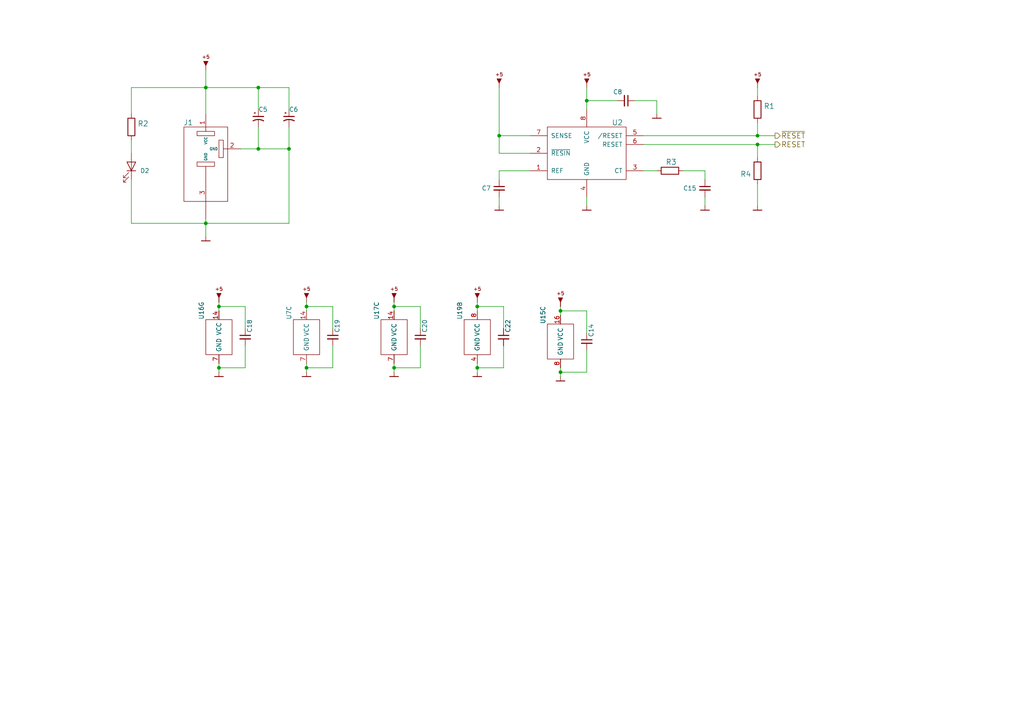
<source format=kicad_sch>
(kicad_sch (version 20211123) (generator eeschema)

  (uuid 97db24fe-c1f7-4f86-9060-dc632af2d885)

  (paper "A4")

  (lib_symbols
    (symbol "artemisa:74HC139" (pin_names (offset 1.016)) (in_bom yes) (on_board yes)
      (property "Reference" "U" (id 0) (at 0 7.62 0)
        (effects (font (size 1.27 1.27)))
      )
      (property "Value" "74HC139" (id 1) (at 0 -7.62 0)
        (effects (font (size 1.27 1.27)))
      )
      (property "Footprint" "" (id 2) (at 0 -3.81 0)
        (effects (font (size 1.524 1.524)) hide)
      )
      (property "Datasheet" "" (id 3) (at 0 -3.81 0)
        (effects (font (size 1.524 1.524)) hide)
      )
      (symbol "74HC139_1_1"
        (rectangle (start -5.08 6.35) (end 5.08 -6.35)
          (stroke (width 0) (type default) (color 0 0 0 0))
          (fill (type none))
        )
        (pin input line (at -10.16 -3.81 0) (length 5.08)
          (name "~{OE}" (effects (font (size 1.27 1.27))))
          (number "1" (effects (font (size 1.27 1.27))))
        )
        (pin input line (at -10.16 3.81 0) (length 5.08)
          (name "A0" (effects (font (size 1.27 1.27))))
          (number "2" (effects (font (size 1.27 1.27))))
        )
        (pin input line (at -10.16 1.27 0) (length 5.08)
          (name "A1" (effects (font (size 1.27 1.27))))
          (number "3" (effects (font (size 1.27 1.27))))
        )
        (pin output line (at 10.16 3.81 180) (length 5.08)
          (name "~{Y0}" (effects (font (size 1.27 1.27))))
          (number "4" (effects (font (size 1.27 1.27))))
        )
        (pin output line (at 10.16 1.27 180) (length 5.08)
          (name "~{Y1}" (effects (font (size 1.27 1.27))))
          (number "5" (effects (font (size 1.27 1.27))))
        )
        (pin output line (at 10.16 -1.27 180) (length 5.08)
          (name "~{Y2}" (effects (font (size 1.27 1.27))))
          (number "6" (effects (font (size 1.27 1.27))))
        )
        (pin output line (at 10.16 -3.81 180) (length 5.08)
          (name "~{Y3}" (effects (font (size 1.27 1.27))))
          (number "7" (effects (font (size 1.27 1.27))))
        )
      )
      (symbol "74HC139_2_1"
        (rectangle (start -5.08 6.35) (end 5.08 -6.35)
          (stroke (width 0) (type default) (color 0 0 0 0))
          (fill (type none))
        )
        (pin output line (at 10.16 -1.27 180) (length 5.08)
          (name "~{Y2}" (effects (font (size 1.27 1.27))))
          (number "10" (effects (font (size 1.27 1.27))))
        )
        (pin output line (at 10.16 1.27 180) (length 5.08)
          (name "~{Y1}" (effects (font (size 1.27 1.27))))
          (number "11" (effects (font (size 1.27 1.27))))
        )
        (pin output line (at 10.16 3.81 180) (length 5.08)
          (name "~{Y0}" (effects (font (size 1.27 1.27))))
          (number "12" (effects (font (size 1.27 1.27))))
        )
        (pin input line (at -10.16 1.27 0) (length 5.08)
          (name "A1" (effects (font (size 1.27 1.27))))
          (number "13" (effects (font (size 1.27 1.27))))
        )
        (pin input line (at -10.16 3.81 0) (length 5.08)
          (name "A0" (effects (font (size 1.27 1.27))))
          (number "14" (effects (font (size 1.27 1.27))))
        )
        (pin input line (at -10.16 -3.81 0) (length 5.08)
          (name "~{OE}" (effects (font (size 1.27 1.27))))
          (number "15" (effects (font (size 1.27 1.27))))
        )
        (pin output line (at 10.16 -3.81 180) (length 5.08)
          (name "~{Y3}" (effects (font (size 1.27 1.27))))
          (number "9" (effects (font (size 1.27 1.27))))
        )
      )
      (symbol "74HC139_3_1"
        (rectangle (start -3.81 -5.08) (end 3.81 5.08)
          (stroke (width 0) (type default) (color 0 0 0 0))
          (fill (type none))
        )
        (pin power_in line (at 0 7.62 270) (length 2.54)
          (name "VCC" (effects (font (size 1.27 1.27))))
          (number "16" (effects (font (size 1.27 1.27))))
        )
        (pin power_in line (at 0 -7.62 90) (length 2.54)
          (name "GND" (effects (font (size 1.27 1.27))))
          (number "8" (effects (font (size 1.27 1.27))))
        )
      )
    )
    (symbol "artemisa:74HC74" (pin_names (offset 1.016)) (in_bom yes) (on_board yes)
      (property "Reference" "U" (id 0) (at 0 15.24 0)
        (effects (font (size 1.524 1.524)))
      )
      (property "Value" "74HC74" (id 1) (at 5.08 -10.16 0)
        (effects (font (size 1.524 1.524)))
      )
      (property "Footprint" "" (id 2) (at 0 -5.08 0)
        (effects (font (size 1.524 1.524)) hide)
      )
      (property "Datasheet" "" (id 3) (at 0 -5.08 0)
        (effects (font (size 1.524 1.524)) hide)
      )
      (symbol "74HC74_1_1"
        (rectangle (start -5.08 7.62) (end 5.08 -7.62)
          (stroke (width 0) (type default) (color 0 0 0 0))
          (fill (type none))
        )
        (pin input line (at 0 -12.7 90) (length 5.08)
          (name "~{RD}" (effects (font (size 1.27 1.27))))
          (number "1" (effects (font (size 1.27 1.27))))
        )
        (pin input line (at -10.16 2.54 0) (length 5.08)
          (name "D" (effects (font (size 1.27 1.27))))
          (number "2" (effects (font (size 1.27 1.27))))
        )
        (pin input line (at -10.16 -2.54 0) (length 5.08)
          (name "CP" (effects (font (size 1.27 1.27))))
          (number "3" (effects (font (size 1.27 1.27))))
        )
        (pin input line (at 0 12.7 270) (length 5.08)
          (name "~{SD}" (effects (font (size 1.27 1.27))))
          (number "4" (effects (font (size 1.27 1.27))))
        )
        (pin output line (at 10.16 2.54 180) (length 5.08)
          (name "Q" (effects (font (size 1.27 1.27))))
          (number "5" (effects (font (size 1.27 1.27))))
        )
        (pin output line (at 10.16 -2.54 180) (length 5.08)
          (name "~{Q}" (effects (font (size 1.27 1.27))))
          (number "6" (effects (font (size 1.27 1.27))))
        )
      )
      (symbol "74HC74_2_1"
        (rectangle (start -5.08 7.62) (end 5.08 -7.62)
          (stroke (width 0) (type default) (color 0 0 0 0))
          (fill (type none))
        )
        (pin input line (at 0 12.7 270) (length 5.08)
          (name "~{SD}" (effects (font (size 1.27 1.27))))
          (number "10" (effects (font (size 1.27 1.27))))
        )
        (pin input line (at -10.16 -2.54 0) (length 5.08)
          (name "CP" (effects (font (size 1.27 1.27))))
          (number "11" (effects (font (size 1.27 1.27))))
        )
        (pin input line (at -10.16 2.54 0) (length 5.08)
          (name "D" (effects (font (size 1.27 1.27))))
          (number "12" (effects (font (size 1.27 1.27))))
        )
        (pin input line (at 0 -12.7 90) (length 5.08)
          (name "~{RD}" (effects (font (size 1.27 1.27))))
          (number "13" (effects (font (size 1.27 1.27))))
        )
        (pin output line (at 10.16 -2.54 180) (length 5.08)
          (name "~{Q}" (effects (font (size 1.27 1.27))))
          (number "8" (effects (font (size 1.27 1.27))))
        )
        (pin output line (at 10.16 2.54 180) (length 5.08)
          (name "Q" (effects (font (size 1.27 1.27))))
          (number "9" (effects (font (size 1.27 1.27))))
        )
      )
      (symbol "74HC74_3_1"
        (rectangle (start -3.81 -5.08) (end 3.81 5.08)
          (stroke (width 0) (type default) (color 0 0 0 0))
          (fill (type none))
        )
        (pin power_in line (at 0 7.62 270) (length 2.54)
          (name "VCC" (effects (font (size 1.27 1.27))))
          (number "14" (effects (font (size 1.27 1.27))))
        )
        (pin power_in line (at 0 -7.62 90) (length 2.54)
          (name "GND" (effects (font (size 1.27 1.27))))
          (number "7" (effects (font (size 1.27 1.27))))
        )
      )
    )
    (symbol "artemisa:74LS07" (pin_names (offset 0.762)) (in_bom yes) (on_board yes)
      (property "Reference" "U" (id 0) (at 0 3.81 0)
        (effects (font (size 1.27 1.27)))
      )
      (property "Value" "74LS07" (id 1) (at 0 -3.81 0)
        (effects (font (size 1.27 1.27)))
      )
      (property "Footprint" "" (id 2) (at 0 0 0)
        (effects (font (size 1.27 1.27)) hide)
      )
      (property "Datasheet" "" (id 3) (at 0 0 0)
        (effects (font (size 1.27 1.27)) hide)
      )
      (symbol "74LS07_1_1"
        (polyline
          (pts
            (xy -2.54 -2.54)
            (xy 2.54 0)
          )
          (stroke (width 0) (type default) (color 0 0 0 0))
          (fill (type none))
        )
        (polyline
          (pts
            (xy -2.54 0)
            (xy -2.54 -2.54)
          )
          (stroke (width 0) (type default) (color 0 0 0 0))
          (fill (type none))
        )
        (polyline
          (pts
            (xy -2.54 0)
            (xy -2.54 2.54)
          )
          (stroke (width 0) (type default) (color 0 0 0 0))
          (fill (type none))
        )
        (polyline
          (pts
            (xy 2.54 0)
            (xy -2.54 2.54)
          )
          (stroke (width 0) (type default) (color 0 0 0 0))
          (fill (type none))
        )
        (polyline
          (pts
            (xy 5.08 0)
            (xy 2.54 0)
          )
          (stroke (width 0) (type default) (color 0 0 0 0))
          (fill (type none))
        )
        (polyline
          (pts
            (xy 3.81 2.54)
            (xy 2.54 1.27)
            (xy 3.81 0)
            (xy 5.08 1.27)
            (xy 3.81 2.54)
          )
          (stroke (width 0) (type default) (color 0 0 0 0))
          (fill (type none))
        )
        (pin input line (at -7.62 0 0) (length 5.0038)
          (name "~" (effects (font (size 1.27 1.27))))
          (number "1" (effects (font (size 1.27 1.27))))
        )
        (pin open_collector line (at 7.62 0 180) (length 2.54)
          (name "~" (effects (font (size 1.27 1.27))))
          (number "2" (effects (font (size 1.27 1.27))))
        )
      )
      (symbol "74LS07_2_1"
        (polyline
          (pts
            (xy -2.54 -2.54)
            (xy 2.54 0)
          )
          (stroke (width 0) (type default) (color 0 0 0 0))
          (fill (type none))
        )
        (polyline
          (pts
            (xy -2.54 0)
            (xy -2.54 -2.54)
          )
          (stroke (width 0) (type default) (color 0 0 0 0))
          (fill (type none))
        )
        (polyline
          (pts
            (xy -2.54 0)
            (xy -2.54 2.54)
          )
          (stroke (width 0) (type default) (color 0 0 0 0))
          (fill (type none))
        )
        (polyline
          (pts
            (xy 2.54 0)
            (xy -2.54 2.54)
          )
          (stroke (width 0) (type default) (color 0 0 0 0))
          (fill (type none))
        )
        (polyline
          (pts
            (xy 5.08 0)
            (xy 2.54 0)
          )
          (stroke (width 0) (type default) (color 0 0 0 0))
          (fill (type none))
        )
        (polyline
          (pts
            (xy 3.81 2.54)
            (xy 2.54 1.27)
            (xy 3.81 0)
            (xy 5.08 1.27)
            (xy 3.81 2.54)
          )
          (stroke (width 0) (type default) (color 0 0 0 0))
          (fill (type none))
        )
        (pin input line (at -7.62 0 0) (length 5.0038)
          (name "~" (effects (font (size 1.27 1.27))))
          (number "3" (effects (font (size 1.27 1.27))))
        )
        (pin open_collector line (at 7.62 0 180) (length 2.54)
          (name "~" (effects (font (size 1.27 1.27))))
          (number "4" (effects (font (size 1.27 1.27))))
        )
      )
      (symbol "74LS07_3_1"
        (polyline
          (pts
            (xy -2.54 -2.54)
            (xy 2.54 0)
          )
          (stroke (width 0) (type default) (color 0 0 0 0))
          (fill (type none))
        )
        (polyline
          (pts
            (xy -2.54 0)
            (xy -2.54 -2.54)
          )
          (stroke (width 0) (type default) (color 0 0 0 0))
          (fill (type none))
        )
        (polyline
          (pts
            (xy -2.54 0)
            (xy -2.54 2.54)
          )
          (stroke (width 0) (type default) (color 0 0 0 0))
          (fill (type none))
        )
        (polyline
          (pts
            (xy 2.54 0)
            (xy -2.54 2.54)
          )
          (stroke (width 0) (type default) (color 0 0 0 0))
          (fill (type none))
        )
        (polyline
          (pts
            (xy 5.08 0)
            (xy 2.54 0)
          )
          (stroke (width 0) (type default) (color 0 0 0 0))
          (fill (type none))
        )
        (polyline
          (pts
            (xy 3.81 2.54)
            (xy 2.54 1.27)
            (xy 3.81 0)
            (xy 5.08 1.27)
            (xy 3.81 2.54)
          )
          (stroke (width 0) (type default) (color 0 0 0 0))
          (fill (type none))
        )
        (pin input line (at -7.62 0 0) (length 5.0038)
          (name "~" (effects (font (size 1.27 1.27))))
          (number "5" (effects (font (size 1.27 1.27))))
        )
        (pin open_collector line (at 7.62 0 180) (length 2.54)
          (name "~" (effects (font (size 1.27 1.27))))
          (number "6" (effects (font (size 1.27 1.27))))
        )
      )
      (symbol "74LS07_4_1"
        (polyline
          (pts
            (xy -2.54 -2.54)
            (xy 2.54 0)
          )
          (stroke (width 0) (type default) (color 0 0 0 0))
          (fill (type none))
        )
        (polyline
          (pts
            (xy -2.54 0)
            (xy -2.54 -2.54)
          )
          (stroke (width 0) (type default) (color 0 0 0 0))
          (fill (type none))
        )
        (polyline
          (pts
            (xy -2.54 0)
            (xy -2.54 2.54)
          )
          (stroke (width 0) (type default) (color 0 0 0 0))
          (fill (type none))
        )
        (polyline
          (pts
            (xy 2.54 0)
            (xy -2.54 2.54)
          )
          (stroke (width 0) (type default) (color 0 0 0 0))
          (fill (type none))
        )
        (polyline
          (pts
            (xy 5.08 0)
            (xy 2.54 0)
          )
          (stroke (width 0) (type default) (color 0 0 0 0))
          (fill (type none))
        )
        (polyline
          (pts
            (xy 3.81 2.54)
            (xy 2.54 1.27)
            (xy 3.81 0)
            (xy 5.08 1.27)
            (xy 3.81 2.54)
          )
          (stroke (width 0) (type default) (color 0 0 0 0))
          (fill (type none))
        )
        (pin open_collector line (at 7.62 0 180) (length 2.54)
          (name "~" (effects (font (size 1.27 1.27))))
          (number "8" (effects (font (size 1.27 1.27))))
        )
        (pin input line (at -7.62 0 0) (length 5.0038)
          (name "~" (effects (font (size 1.27 1.27))))
          (number "9" (effects (font (size 1.27 1.27))))
        )
      )
      (symbol "74LS07_5_1"
        (polyline
          (pts
            (xy -2.54 -2.54)
            (xy 2.54 0)
          )
          (stroke (width 0) (type default) (color 0 0 0 0))
          (fill (type none))
        )
        (polyline
          (pts
            (xy -2.54 0)
            (xy -2.54 -2.54)
          )
          (stroke (width 0) (type default) (color 0 0 0 0))
          (fill (type none))
        )
        (polyline
          (pts
            (xy -2.54 0)
            (xy -2.54 2.54)
          )
          (stroke (width 0) (type default) (color 0 0 0 0))
          (fill (type none))
        )
        (polyline
          (pts
            (xy 2.54 0)
            (xy -2.54 2.54)
          )
          (stroke (width 0) (type default) (color 0 0 0 0))
          (fill (type none))
        )
        (polyline
          (pts
            (xy 5.08 0)
            (xy 2.54 0)
          )
          (stroke (width 0) (type default) (color 0 0 0 0))
          (fill (type none))
        )
        (polyline
          (pts
            (xy 3.81 2.54)
            (xy 2.54 1.27)
            (xy 3.81 0)
            (xy 5.08 1.27)
            (xy 3.81 2.54)
          )
          (stroke (width 0) (type default) (color 0 0 0 0))
          (fill (type none))
        )
        (pin open_collector line (at 7.62 0 180) (length 2.54)
          (name "~" (effects (font (size 1.27 1.27))))
          (number "10" (effects (font (size 1.27 1.27))))
        )
        (pin input line (at -7.62 0 0) (length 5.0038)
          (name "~" (effects (font (size 1.27 1.27))))
          (number "11" (effects (font (size 1.27 1.27))))
        )
      )
      (symbol "74LS07_6_1"
        (polyline
          (pts
            (xy -2.54 -2.54)
            (xy 2.54 0)
          )
          (stroke (width 0) (type default) (color 0 0 0 0))
          (fill (type none))
        )
        (polyline
          (pts
            (xy -2.54 0)
            (xy -2.54 -2.54)
          )
          (stroke (width 0) (type default) (color 0 0 0 0))
          (fill (type none))
        )
        (polyline
          (pts
            (xy -2.54 0)
            (xy -2.54 2.54)
          )
          (stroke (width 0) (type default) (color 0 0 0 0))
          (fill (type none))
        )
        (polyline
          (pts
            (xy 2.54 0)
            (xy -2.54 2.54)
          )
          (stroke (width 0) (type default) (color 0 0 0 0))
          (fill (type none))
        )
        (polyline
          (pts
            (xy 5.08 0)
            (xy 2.54 0)
          )
          (stroke (width 0) (type default) (color 0 0 0 0))
          (fill (type none))
        )
        (polyline
          (pts
            (xy 3.81 2.54)
            (xy 2.54 1.27)
            (xy 3.81 0)
            (xy 5.08 1.27)
            (xy 3.81 2.54)
          )
          (stroke (width 0) (type default) (color 0 0 0 0))
          (fill (type none))
        )
        (pin open_collector line (at 7.62 0 180) (length 2.54)
          (name "~" (effects (font (size 1.27 1.27))))
          (number "12" (effects (font (size 1.27 1.27))))
        )
        (pin input line (at -7.62 0 0) (length 5.0038)
          (name "~" (effects (font (size 1.27 1.27))))
          (number "13" (effects (font (size 1.27 1.27))))
        )
      )
      (symbol "74LS07_7_0"
        (pin power_in line (at 0 7.62 270) (length 2.54)
          (name "VCC" (effects (font (size 1.27 1.27))))
          (number "14" (effects (font (size 1.27 1.27))))
        )
      )
      (symbol "74LS07_7_1"
        (rectangle (start -3.81 -5.08) (end 3.81 5.08)
          (stroke (width 0) (type default) (color 0 0 0 0))
          (fill (type none))
        )
        (pin power_in line (at 0 -7.62 90) (length 2.54)
          (name "GND" (effects (font (size 1.27 1.27))))
          (number "7" (effects (font (size 1.27 1.27))))
        )
      )
    )
    (symbol "artemisa:CP" (pin_numbers hide) (pin_names (offset 0.254) hide) (in_bom yes) (on_board yes)
      (property "Reference" "C" (id 0) (at 0.254 1.778 0)
        (effects (font (size 1.27 1.27)) (justify left))
      )
      (property "Value" "CP" (id 1) (at 0.254 -2.032 0)
        (effects (font (size 1.27 1.27)) (justify left))
      )
      (property "Footprint" "" (id 2) (at 0 0 0)
        (effects (font (size 1.27 1.27)) hide)
      )
      (property "Datasheet" "" (id 3) (at 0 0 0)
        (effects (font (size 1.27 1.27)) hide)
      )
      (property "ki_fp_filters" "CP_*" (id 4) (at 0 0 0)
        (effects (font (size 1.27 1.27)) hide)
      )
      (symbol "CP_0_1"
        (polyline
          (pts
            (xy -1.524 0.508)
            (xy 1.524 0.508)
          )
          (stroke (width 0.3048) (type default) (color 0 0 0 0))
          (fill (type none))
        )
        (polyline
          (pts
            (xy -1.27 1.524)
            (xy -0.762 1.524)
          )
          (stroke (width 0) (type default) (color 0 0 0 0))
          (fill (type none))
        )
        (polyline
          (pts
            (xy -1.016 1.27)
            (xy -1.016 1.778)
          )
          (stroke (width 0) (type default) (color 0 0 0 0))
          (fill (type none))
        )
        (arc (start 1.524 -0.762) (mid 0 -0.3734) (end -1.524 -0.762)
          (stroke (width 0.3048) (type default) (color 0 0 0 0))
          (fill (type none))
        )
      )
      (symbol "CP_1_1"
        (pin passive line (at 0 2.54 270) (length 2.032)
          (name "~" (effects (font (size 1.27 1.27))))
          (number "1" (effects (font (size 1.27 1.27))))
        )
        (pin passive line (at 0 -2.54 90) (length 2.032)
          (name "~" (effects (font (size 1.27 1.27))))
          (number "2" (effects (font (size 1.27 1.27))))
        )
      )
    )
    (symbol "artemisa:Cap" (pin_numbers hide) (pin_names (offset 0.254) hide) (in_bom yes) (on_board yes)
      (property "Reference" "C" (id 0) (at 0.254 1.778 0)
        (effects (font (size 1.27 1.27)) (justify left))
      )
      (property "Value" "Cap" (id 1) (at 0.254 -2.032 0)
        (effects (font (size 1.27 1.27)) (justify left))
      )
      (property "Footprint" "" (id 2) (at 0 0 0)
        (effects (font (size 1.27 1.27)) hide)
      )
      (property "Datasheet" "" (id 3) (at 0 0 0)
        (effects (font (size 1.27 1.27)) hide)
      )
      (property "ki_fp_filters" "C_*" (id 4) (at 0 0 0)
        (effects (font (size 1.27 1.27)) hide)
      )
      (symbol "Cap_0_1"
        (polyline
          (pts
            (xy -1.524 -0.508)
            (xy 1.524 -0.508)
          )
          (stroke (width 0.3302) (type default) (color 0 0 0 0))
          (fill (type none))
        )
        (polyline
          (pts
            (xy -1.524 0.508)
            (xy 1.524 0.508)
          )
          (stroke (width 0.3048) (type default) (color 0 0 0 0))
          (fill (type none))
        )
      )
      (symbol "Cap_1_1"
        (pin passive line (at 0 2.54 270) (length 2.032)
          (name "~" (effects (font (size 1.27 1.27))))
          (number "1" (effects (font (size 1.27 1.27))))
        )
        (pin passive line (at 0 -2.54 90) (length 2.032)
          (name "~" (effects (font (size 1.27 1.27))))
          (number "2" (effects (font (size 1.27 1.27))))
        )
      )
    )
    (symbol "artemisa:GND" (power) (pin_numbers hide) (pin_names (offset 0) hide) (in_bom yes) (on_board yes)
      (property "Reference" "#PWR" (id 0) (at 0 -2.54 0)
        (effects (font (size 1.524 1.524)) hide)
      )
      (property "Value" "GND" (id 1) (at 0 2.54 0)
        (effects (font (size 1.524 1.524)) hide)
      )
      (property "Footprint" "" (id 2) (at 0 0 0)
        (effects (font (size 1.524 1.524)) hide)
      )
      (property "Datasheet" "" (id 3) (at 0 0 0)
        (effects (font (size 1.524 1.524)) hide)
      )
      (symbol "GND_0_1"
        (polyline
          (pts
            (xy -1.27 -1.27)
            (xy 1.27 -1.27)
          )
          (stroke (width 0.254) (type default) (color 0 0 0 0))
          (fill (type none))
        )
      )
      (symbol "GND_1_1"
        (pin power_in line (at 0 0 270) (length 1.27)
          (name "GND" (effects (font (size 1.27 1.27))))
          (number "~" (effects (font (size 1.27 1.27))))
        )
      )
    )
    (symbol "artemisa:LED" (pin_numbers hide) (pin_names (offset 1.016) hide) (in_bom yes) (on_board yes)
      (property "Reference" "D" (id 0) (at 0 2.54 0)
        (effects (font (size 1.27 1.27)))
      )
      (property "Value" "LED" (id 1) (at 0 -2.54 0)
        (effects (font (size 1.27 1.27)))
      )
      (property "Footprint" "" (id 2) (at 0 0 0)
        (effects (font (size 1.27 1.27)) hide)
      )
      (property "Datasheet" "" (id 3) (at 0 0 0)
        (effects (font (size 1.27 1.27)) hide)
      )
      (symbol "LED_0_1"
        (polyline
          (pts
            (xy 1.27 -1.27)
            (xy 1.27 1.27)
          )
          (stroke (width 0.2032) (type default) (color 0 0 0 0))
          (fill (type none))
        )
        (polyline
          (pts
            (xy 1.27 0)
            (xy -1.27 0)
          )
          (stroke (width 0) (type default) (color 0 0 0 0))
          (fill (type none))
        )
        (polyline
          (pts
            (xy -1.27 -1.27)
            (xy -1.27 1.27)
            (xy 1.27 0)
            (xy -1.27 -1.27)
          )
          (stroke (width 0.2032) (type default) (color 0 0 0 0))
          (fill (type none))
        )
        (polyline
          (pts
            (xy 1.778 -0.762)
            (xy 3.302 -2.286)
            (xy 2.54 -2.286)
            (xy 3.302 -2.286)
            (xy 3.302 -1.524)
          )
          (stroke (width 0) (type default) (color 0 0 0 0))
          (fill (type none))
        )
        (polyline
          (pts
            (xy 3.048 -0.762)
            (xy 4.572 -2.286)
            (xy 3.81 -2.286)
            (xy 4.572 -2.286)
            (xy 4.572 -1.524)
          )
          (stroke (width 0) (type default) (color 0 0 0 0))
          (fill (type none))
        )
      )
      (symbol "LED_1_1"
        (pin passive line (at -3.81 0 0) (length 2.54)
          (name "A" (effects (font (size 1.27 1.27))))
          (number "1" (effects (font (size 1.27 1.27))))
        )
        (pin passive line (at 3.81 0 180) (length 2.54)
          (name "K" (effects (font (size 1.27 1.27))))
          (number "2" (effects (font (size 1.27 1.27))))
        )
      )
    )
    (symbol "artemisa:LM311" (pin_names (offset 1.016)) (in_bom yes) (on_board yes)
      (property "Reference" "U" (id 0) (at -6.35 5.08 0)
        (effects (font (size 1.524 1.524)))
      )
      (property "Value" "LM311" (id 1) (at -5.08 -6.35 0)
        (effects (font (size 1.524 1.524)))
      )
      (property "Footprint" "" (id 2) (at 0 0 0)
        (effects (font (size 1.524 1.524)) hide)
      )
      (property "Datasheet" "" (id 3) (at 0 0 0)
        (effects (font (size 1.524 1.524)) hide)
      )
      (symbol "LM311_1_1"
        (polyline
          (pts
            (xy 1.27 0)
            (xy 5.08 0)
          )
          (stroke (width 0) (type default) (color 0 0 0 0))
          (fill (type none))
        )
        (polyline
          (pts
            (xy 5.08 -1.27)
            (xy 10.16 -5.08)
          )
          (stroke (width 0) (type default) (color 0 0 0 0))
          (fill (type none))
        )
        (polyline
          (pts
            (xy 5.08 1.27)
            (xy 10.16 5.08)
          )
          (stroke (width 0) (type default) (color 0 0 0 0))
          (fill (type none))
        )
        (polyline
          (pts
            (xy 5.08 3.81)
            (xy 5.08 -3.81)
          )
          (stroke (width 0) (type default) (color 0 0 0 0))
          (fill (type none))
        )
        (polyline
          (pts
            (xy -1.27 0)
            (xy -13.97 -7.62)
            (xy -13.97 7.62)
            (xy -1.27 0)
          )
          (stroke (width 0) (type default) (color 0 0 0 0))
          (fill (type none))
        )
        (polyline
          (pts
            (xy 10.16 -5.08)
            (xy 10.16 -3.81)
            (xy 8.89 -5.08)
            (xy 10.16 -5.08)
          )
          (stroke (width 0) (type default) (color 0 0 0 0))
          (fill (type outline))
        )
        (circle (center 0 0) (radius 1.27)
          (stroke (width 0) (type default) (color 0 0 0 0))
          (fill (type none))
        )
        (pin passive line (at 15.24 -5.08 180) (length 5.08)
          (name "EMITOUT" (effects (font (size 1.27 1.27))))
          (number "1" (effects (font (size 1.27 1.27))))
        )
        (pin input line (at -19.05 3.81 0) (length 5.08)
          (name "IN+" (effects (font (size 1.27 1.27))))
          (number "2" (effects (font (size 1.27 1.27))))
        )
        (pin input line (at -19.05 -3.81 0) (length 5.08)
          (name "IN-" (effects (font (size 1.27 1.27))))
          (number "3" (effects (font (size 1.27 1.27))))
        )
        (pin no_connect line (at -13.97 -12.7 90) (length 5.08) hide
          (name "BALANCE" (effects (font (size 1.27 1.27))))
          (number "5" (effects (font (size 1.27 1.27))))
        )
        (pin no_connect line (at -13.97 12.7 270) (length 5.08) hide
          (name "BALSTRB" (effects (font (size 1.27 1.27))))
          (number "6" (effects (font (size 1.27 1.27))))
        )
        (pin output line (at 15.24 5.08 180) (length 5.08)
          (name "COLOUT" (effects (font (size 1.27 1.27))))
          (number "7" (effects (font (size 1.27 1.27))))
        )
      )
      (symbol "LM311_2_1"
        (rectangle (start -11.43 -5.08) (end -3.81 5.08)
          (stroke (width 0) (type default) (color 0 0 0 0))
          (fill (type none))
        )
        (pin power_in line (at -7.62 -7.62 90) (length 2.54)
          (name "GND" (effects (font (size 1.27 1.27))))
          (number "4" (effects (font (size 1.27 1.27))))
        )
        (pin power_in line (at -7.62 7.62 270) (length 2.54)
          (name "VCC" (effects (font (size 1.27 1.27))))
          (number "8" (effects (font (size 1.27 1.27))))
        )
      )
    )
    (symbol "artemisa:PWR_conn" (pin_names (offset 1.524)) (in_bom yes) (on_board yes)
      (property "Reference" "J" (id 0) (at 5.08 8.89 0)
        (effects (font (size 1.524 1.524)))
      )
      (property "Value" "PWR_conn" (id 1) (at 8.89 -15.24 0)
        (effects (font (size 1.524 1.524)))
      )
      (property "Footprint" "" (id 2) (at 0 -2.54 0)
        (effects (font (size 1.524 1.524)) hide)
      )
      (property "Datasheet" "" (id 3) (at 0 -2.54 0)
        (effects (font (size 1.524 1.524)) hide)
      )
      (symbol "PWR_conn_0_1"
        (rectangle (start -6.35 7.62) (end 6.35 -13.97)
          (stroke (width 0) (type default) (color 0 0 0 0))
          (fill (type none))
        )
        (rectangle (start -3.81 3.81) (end -5.08 -1.27)
          (stroke (width 0) (type default) (color 0 0 0 0))
          (fill (type none))
        )
        (rectangle (start -2.54 -2.54) (end 2.54 -3.81)
          (stroke (width 0) (type default) (color 0 0 0 0))
          (fill (type none))
        )
        (rectangle (start -2.54 6.35) (end 2.54 5.08)
          (stroke (width 0) (type default) (color 0 0 0 0))
          (fill (type none))
        )
      )
      (symbol "PWR_conn_1_1"
        (pin power_out line (at 0 11.43 270) (length 5.08)
          (name "VCC" (effects (font (size 0.762 0.762))))
          (number "1" (effects (font (size 1.27 1.27))))
        )
        (pin power_out line (at -10.16 1.27 0) (length 5.08)
          (name "GND" (effects (font (size 0.762 0.762))))
          (number "2" (effects (font (size 1.27 1.27))))
        )
        (pin input line (at 0 -19.05 90) (length 15.24)
          (name "GND" (effects (font (size 0.762 0.762))))
          (number "3" (effects (font (size 1.27 1.27))))
        )
      )
    )
    (symbol "artemisa:R" (pin_numbers hide) (pin_names (offset 1.016)) (in_bom yes) (on_board yes)
      (property "Reference" "R" (id 0) (at 0 -2.54 0)
        (effects (font (size 1.524 1.524)))
      )
      (property "Value" "R" (id 1) (at 0 0 0)
        (effects (font (size 1.016 1.016)))
      )
      (property "Footprint" "" (id 2) (at 0 0 90)
        (effects (font (size 1.524 1.524)) hide)
      )
      (property "Datasheet" "" (id 3) (at 0 0 90)
        (effects (font (size 1.524 1.524)) hide)
      )
      (symbol "R_1_1"
        (rectangle (start 2.54 -1.016) (end -2.54 1.016)
          (stroke (width 0.254) (type default) (color 0 0 0 0))
          (fill (type none))
        )
        (pin passive line (at -3.81 0 0) (length 1.27)
          (name "~" (effects (font (size 1.27 1.27))))
          (number "1" (effects (font (size 1.27 1.27))))
        )
        (pin passive line (at 3.81 0 180) (length 1.27)
          (name "~" (effects (font (size 1.27 1.27))))
          (number "2" (effects (font (size 1.27 1.27))))
        )
      )
    )
    (symbol "artemisa:TL7705" (pin_names (offset 1.016)) (in_bom yes) (on_board yes)
      (property "Reference" "U" (id 0) (at 6.35 8.89 0)
        (effects (font (size 1.524 1.524)))
      )
      (property "Value" "TL7705" (id 1) (at 6.35 -8.89 0)
        (effects (font (size 1.524 1.524)))
      )
      (property "Footprint" "" (id 2) (at 0 -2.54 0)
        (effects (font (size 1.524 1.524)) hide)
      )
      (property "Datasheet" "" (id 3) (at 0 -2.54 0)
        (effects (font (size 1.524 1.524)) hide)
      )
      (symbol "TL7705_0_1"
        (rectangle (start -11.43 7.62) (end 11.43 -7.62)
          (stroke (width 0) (type default) (color 0 0 0 0))
          (fill (type none))
        )
      )
      (symbol "TL7705_1_1"
        (pin input line (at -16.51 -5.08 0) (length 5.08)
          (name "REF" (effects (font (size 1.27 1.27))))
          (number "1" (effects (font (size 1.27 1.27))))
        )
        (pin input line (at -16.51 0 0) (length 5.08)
          (name "~{RESIN}" (effects (font (size 1.27 1.27))))
          (number "2" (effects (font (size 1.27 1.27))))
        )
        (pin output line (at 16.51 -5.08 180) (length 5.08)
          (name "CT" (effects (font (size 1.27 1.27))))
          (number "3" (effects (font (size 1.27 1.27))))
        )
        (pin power_in line (at 0 -12.7 90) (length 5.08)
          (name "GND" (effects (font (size 1.27 1.27))))
          (number "4" (effects (font (size 1.27 1.27))))
        )
        (pin output line (at 16.51 5.08 180) (length 5.08)
          (name "/RESET" (effects (font (size 1.27 1.27))))
          (number "5" (effects (font (size 1.27 1.27))))
        )
        (pin output line (at 16.51 2.54 180) (length 5.08)
          (name "RESET" (effects (font (size 1.27 1.27))))
          (number "6" (effects (font (size 1.27 1.27))))
        )
        (pin input line (at -16.51 5.08 0) (length 5.08)
          (name "SENSE" (effects (font (size 1.27 1.27))))
          (number "7" (effects (font (size 1.27 1.27))))
        )
        (pin power_in line (at 0 12.7 270) (length 5.08)
          (name "VCC" (effects (font (size 1.27 1.27))))
          (number "8" (effects (font (size 1.27 1.27))))
        )
      )
    )
    (symbol "artemisa:VCC" (power) (pin_numbers hide) (pin_names (offset 0) hide) (in_bom yes) (on_board yes)
      (property "Reference" "#PWR" (id 0) (at 0 -1.27 0)
        (effects (font (size 1.524 1.524)) hide)
      )
      (property "Value" "VCC" (id 1) (at 0 6.35 0)
        (effects (font (size 1.524 1.524)) hide)
      )
      (property "Footprint" "" (id 2) (at 0 0 0)
        (effects (font (size 1.524 1.524)) hide)
      )
      (property "Datasheet" "" (id 3) (at 0 0 0)
        (effects (font (size 1.524 1.524)) hide)
      )
      (symbol "VCC_0_0"
        (text "+5" (at 0 3.81 0)
          (effects (font (size 1.016 1.016)))
        )
      )
      (symbol "VCC_0_1"
        (polyline
          (pts
            (xy 0 1.27)
            (xy 0.635 2.54)
            (xy -0.635 2.54)
            (xy 0 1.27)
          )
          (stroke (width 0) (type default) (color 0 0 0 0))
          (fill (type outline))
        )
      )
      (symbol "VCC_1_1"
        (pin power_in line (at 0 0 90) (length 1.27)
          (name "~" (effects (font (size 1.27 1.27))))
          (number "~" (effects (font (size 1.27 1.27))))
        )
      )
    )
  )

  (junction (at 88.9 88.9) (diameter 0) (color 0 0 0 0)
    (uuid 0739a502-7fa1-4e85-8cae-604fd21c9156)
  )
  (junction (at 63.5 88.9) (diameter 0) (color 0 0 0 0)
    (uuid 24e41c56-597e-4023-adfa-f1d5bfd2a519)
  )
  (junction (at 59.69 64.77) (diameter 0) (color 0 0 0 0)
    (uuid 2926e945-d9e3-4a4e-9b51-aad244dc04f4)
  )
  (junction (at 162.56 107.95) (diameter 0) (color 0 0 0 0)
    (uuid 33193802-955d-4a94-98cf-a3ed27526865)
  )
  (junction (at 162.56 90.17) (diameter 0) (color 0 0 0 0)
    (uuid 37c732a1-cf44-4113-843f-85a5910958ec)
  )
  (junction (at 219.71 41.91) (diameter 0) (color 0 0 0 0)
    (uuid 389820b3-dc0f-41a8-9487-f37594ec848d)
  )
  (junction (at 114.3 88.9) (diameter 0) (color 0 0 0 0)
    (uuid 3d38eca7-b037-4400-970c-46db57e3c3cb)
  )
  (junction (at 63.5 106.68) (diameter 0) (color 0 0 0 0)
    (uuid 5c080aa7-74cc-491d-a4fa-a35e9d41b2a9)
  )
  (junction (at 144.78 39.37) (diameter 0) (color 0 0 0 0)
    (uuid 606cc23c-679a-4fa3-b3b1-c023026298b1)
  )
  (junction (at 83.82 43.18) (diameter 0) (color 0 0 0 0)
    (uuid 6ccf7be9-8d30-475d-8941-1f167d5de7ec)
  )
  (junction (at 138.43 88.9) (diameter 0) (color 0 0 0 0)
    (uuid 92563de1-61c4-4e3f-8603-96474790934f)
  )
  (junction (at 114.3 106.68) (diameter 0) (color 0 0 0 0)
    (uuid 93b580d1-c2df-48c4-9d06-465ca9d3eebc)
  )
  (junction (at 88.9 106.68) (diameter 0) (color 0 0 0 0)
    (uuid c435621a-1e7b-4aea-a701-d5d27a54bd0d)
  )
  (junction (at 74.93 43.18) (diameter 0) (color 0 0 0 0)
    (uuid d618158f-4184-4754-aa33-65a98e706342)
  )
  (junction (at 138.43 106.68) (diameter 0) (color 0 0 0 0)
    (uuid dc4bf440-2891-440b-98cc-4ec7ceadee72)
  )
  (junction (at 170.18 29.21) (diameter 0) (color 0 0 0 0)
    (uuid dff62e1d-c592-4963-80cb-25d776cdc1f4)
  )
  (junction (at 219.71 39.37) (diameter 0) (color 0 0 0 0)
    (uuid f2d404b6-1993-4de0-b78d-3ca9612287c7)
  )
  (junction (at 59.69 25.4) (diameter 0) (color 0 0 0 0)
    (uuid f7eedf75-4d8e-4db5-a979-879f661d7288)
  )
  (junction (at 74.93 25.4) (diameter 0) (color 0 0 0 0)
    (uuid fc48681f-9397-420c-a160-4d40e8208b22)
  )

  (wire (pts (xy 153.67 49.53) (xy 144.78 49.53))
    (stroke (width 0) (type default) (color 0 0 0 0))
    (uuid 02ca9350-9e0f-471f-a345-bee2587bb572)
  )
  (wire (pts (xy 63.5 105.41) (xy 63.5 106.68))
    (stroke (width 0) (type default) (color 0 0 0 0))
    (uuid 06691abe-4a61-4d84-ab64-63ace23bf8b5)
  )
  (wire (pts (xy 74.93 36.83) (xy 74.93 43.18))
    (stroke (width 0) (type default) (color 0 0 0 0))
    (uuid 0673bd15-bb27-42a3-b8dd-ff34de638161)
  )
  (wire (pts (xy 146.05 100.33) (xy 146.05 106.68))
    (stroke (width 0) (type default) (color 0 0 0 0))
    (uuid 06d56cea-efec-4ee2-a30e-da196d83ccb4)
  )
  (wire (pts (xy 63.5 88.9) (xy 63.5 90.17))
    (stroke (width 0) (type default) (color 0 0 0 0))
    (uuid 1b73c962-e471-4ec3-ab97-9114c97a5609)
  )
  (wire (pts (xy 144.78 25.4) (xy 144.78 39.37))
    (stroke (width 0) (type default) (color 0 0 0 0))
    (uuid 21443f6e-c9cb-43b6-9145-0fe007529b00)
  )
  (wire (pts (xy 144.78 59.69) (xy 144.78 57.15))
    (stroke (width 0) (type default) (color 0 0 0 0))
    (uuid 251bbd6b-00ad-4956-8621-28b4b522b62b)
  )
  (wire (pts (xy 162.56 88.9) (xy 162.56 90.17))
    (stroke (width 0) (type default) (color 0 0 0 0))
    (uuid 2b7fcec9-f103-4c1e-8056-817283941746)
  )
  (wire (pts (xy 59.69 20.32) (xy 59.69 25.4))
    (stroke (width 0) (type default) (color 0 0 0 0))
    (uuid 31518452-8dcd-4719-9aa4-aad4159920e6)
  )
  (wire (pts (xy 38.1 52.07) (xy 38.1 64.77))
    (stroke (width 0) (type default) (color 0 0 0 0))
    (uuid 334446cd-af18-48a8-bb73-a88f4d220620)
  )
  (wire (pts (xy 83.82 36.83) (xy 83.82 43.18))
    (stroke (width 0) (type default) (color 0 0 0 0))
    (uuid 34d6d782-5641-4526-b346-05de03ea8c0e)
  )
  (wire (pts (xy 88.9 105.41) (xy 88.9 106.68))
    (stroke (width 0) (type default) (color 0 0 0 0))
    (uuid 34f20938-82be-4faa-a3bd-ea4ff60955a6)
  )
  (wire (pts (xy 69.85 43.18) (xy 74.93 43.18))
    (stroke (width 0) (type default) (color 0 0 0 0))
    (uuid 367a0318-2a8d-4844-b1c5-a4b9f86a1709)
  )
  (wire (pts (xy 38.1 25.4) (xy 38.1 33.02))
    (stroke (width 0) (type default) (color 0 0 0 0))
    (uuid 381ea437-8589-413a-8d00-c27a465a3773)
  )
  (wire (pts (xy 219.71 53.34) (xy 219.71 59.69))
    (stroke (width 0) (type default) (color 0 0 0 0))
    (uuid 39549a53-fe72-4509-a12d-de170bbf0433)
  )
  (wire (pts (xy 114.3 87.63) (xy 114.3 88.9))
    (stroke (width 0) (type default) (color 0 0 0 0))
    (uuid 3f6533ba-c4f9-46fc-b56b-e4570f6ba8d8)
  )
  (wire (pts (xy 146.05 88.9) (xy 146.05 95.25))
    (stroke (width 0) (type default) (color 0 0 0 0))
    (uuid 4a151dd5-28d8-42af-b70d-d52cf427540e)
  )
  (wire (pts (xy 138.43 87.63) (xy 138.43 88.9))
    (stroke (width 0) (type default) (color 0 0 0 0))
    (uuid 4ed19592-a5c4-4f6f-8e35-67fef4315ee4)
  )
  (wire (pts (xy 219.71 45.72) (xy 219.71 41.91))
    (stroke (width 0) (type default) (color 0 0 0 0))
    (uuid 4ed59335-4075-4e12-a596-bab87aafc796)
  )
  (wire (pts (xy 114.3 88.9) (xy 121.92 88.9))
    (stroke (width 0) (type default) (color 0 0 0 0))
    (uuid 4f2de74c-a0a3-419c-86d3-f1056d120362)
  )
  (wire (pts (xy 138.43 88.9) (xy 138.43 90.17))
    (stroke (width 0) (type default) (color 0 0 0 0))
    (uuid 4f4277d9-4ff1-4fe4-9af0-84cedee4b2b6)
  )
  (wire (pts (xy 83.82 43.18) (xy 83.82 64.77))
    (stroke (width 0) (type default) (color 0 0 0 0))
    (uuid 54801b85-fd78-4df4-a039-798d15f1a062)
  )
  (wire (pts (xy 71.12 88.9) (xy 71.12 95.25))
    (stroke (width 0) (type default) (color 0 0 0 0))
    (uuid 5632ff9d-82e3-45b5-a86b-5a4683beef51)
  )
  (wire (pts (xy 219.71 25.4) (xy 219.71 27.94))
    (stroke (width 0) (type default) (color 0 0 0 0))
    (uuid 56b75d3c-fa69-4f57-9aa5-64cfbf200c32)
  )
  (wire (pts (xy 186.69 41.91) (xy 219.71 41.91))
    (stroke (width 0) (type default) (color 0 0 0 0))
    (uuid 5b1cf420-b469-4a8f-a998-9abdfd8b7687)
  )
  (wire (pts (xy 59.69 25.4) (xy 59.69 33.02))
    (stroke (width 0) (type default) (color 0 0 0 0))
    (uuid 5dcbb3b6-1c66-4989-97d2-485c6610a0cb)
  )
  (wire (pts (xy 198.12 49.53) (xy 204.47 49.53))
    (stroke (width 0) (type default) (color 0 0 0 0))
    (uuid 6b4ae552-c3dc-4d02-ab1a-556e15ae247d)
  )
  (wire (pts (xy 88.9 106.68) (xy 88.9 107.95))
    (stroke (width 0) (type default) (color 0 0 0 0))
    (uuid 72635b6d-f5d1-44fe-86b5-9bebc2da5d46)
  )
  (wire (pts (xy 186.69 39.37) (xy 219.71 39.37))
    (stroke (width 0) (type default) (color 0 0 0 0))
    (uuid 73b08644-febb-4c1e-9b8f-826cf4cd7348)
  )
  (wire (pts (xy 170.18 29.21) (xy 170.18 31.75))
    (stroke (width 0) (type default) (color 0 0 0 0))
    (uuid 742f6656-c86d-41c0-937e-ef6ded3bd482)
  )
  (wire (pts (xy 83.82 25.4) (xy 83.82 31.75))
    (stroke (width 0) (type default) (color 0 0 0 0))
    (uuid 75080b0b-6140-45af-8605-622af6de8bea)
  )
  (wire (pts (xy 219.71 41.91) (xy 224.79 41.91))
    (stroke (width 0) (type default) (color 0 0 0 0))
    (uuid 75fcab2b-759b-4221-b3ed-5bcbea1afb05)
  )
  (wire (pts (xy 219.71 35.56) (xy 219.71 39.37))
    (stroke (width 0) (type default) (color 0 0 0 0))
    (uuid 7614d1b3-3ead-4914-90b1-e5e05187dd06)
  )
  (wire (pts (xy 63.5 106.68) (xy 63.5 107.95))
    (stroke (width 0) (type default) (color 0 0 0 0))
    (uuid 79094860-9de1-4089-9ad1-fb708c7e674c)
  )
  (wire (pts (xy 170.18 107.95) (xy 162.56 107.95))
    (stroke (width 0) (type default) (color 0 0 0 0))
    (uuid 7966563c-e279-4a7c-bf41-af45d42c4a74)
  )
  (wire (pts (xy 138.43 106.68) (xy 138.43 107.95))
    (stroke (width 0) (type default) (color 0 0 0 0))
    (uuid 7c938fcf-5266-4f01-b9d8-797ff7c61f4c)
  )
  (wire (pts (xy 96.52 100.33) (xy 96.52 106.68))
    (stroke (width 0) (type default) (color 0 0 0 0))
    (uuid 7de04273-7eda-4419-ad6c-938bfee9f2d2)
  )
  (wire (pts (xy 190.5 49.53) (xy 186.69 49.53))
    (stroke (width 0) (type default) (color 0 0 0 0))
    (uuid 8157d0c3-4115-4fef-882d-18ff9f3b1e49)
  )
  (wire (pts (xy 153.67 44.45) (xy 144.78 44.45))
    (stroke (width 0) (type default) (color 0 0 0 0))
    (uuid 82f0532d-1a6d-464b-ad29-fc3e8108d6a8)
  )
  (wire (pts (xy 204.47 49.53) (xy 204.47 52.07))
    (stroke (width 0) (type default) (color 0 0 0 0))
    (uuid 8699357b-081e-4490-9c44-11d25a40de14)
  )
  (wire (pts (xy 204.47 59.69) (xy 204.47 57.15))
    (stroke (width 0) (type default) (color 0 0 0 0))
    (uuid 8b8cbcc8-2fab-4017-82d7-9e2b0dd87d55)
  )
  (wire (pts (xy 121.92 100.33) (xy 121.92 106.68))
    (stroke (width 0) (type default) (color 0 0 0 0))
    (uuid 8c497335-9f19-4d8f-81b9-d3f6e5560190)
  )
  (wire (pts (xy 219.71 39.37) (xy 224.79 39.37))
    (stroke (width 0) (type default) (color 0 0 0 0))
    (uuid 8d258870-19f3-4d71-9a3d-1390358a4e5a)
  )
  (wire (pts (xy 190.5 29.21) (xy 184.15 29.21))
    (stroke (width 0) (type default) (color 0 0 0 0))
    (uuid 9004cee7-358e-4c08-9d64-a05f28a4e7b6)
  )
  (wire (pts (xy 74.93 25.4) (xy 74.93 31.75))
    (stroke (width 0) (type default) (color 0 0 0 0))
    (uuid 9098a6bf-eae0-4636-90c3-6c2f5d9401fd)
  )
  (wire (pts (xy 170.18 90.17) (xy 170.18 96.52))
    (stroke (width 0) (type default) (color 0 0 0 0))
    (uuid 956f8a88-9acc-4e52-9280-d386fdb26e68)
  )
  (wire (pts (xy 114.3 106.68) (xy 114.3 107.95))
    (stroke (width 0) (type default) (color 0 0 0 0))
    (uuid 95e16380-a797-4ef6-bc92-67bfd44afe75)
  )
  (wire (pts (xy 146.05 106.68) (xy 138.43 106.68))
    (stroke (width 0) (type default) (color 0 0 0 0))
    (uuid 97816a30-8562-4b40-bfd6-82faaadf14b2)
  )
  (wire (pts (xy 38.1 64.77) (xy 59.69 64.77))
    (stroke (width 0) (type default) (color 0 0 0 0))
    (uuid 978f5906-8b9c-49a6-9b77-25cbc28e396e)
  )
  (wire (pts (xy 59.69 25.4) (xy 74.93 25.4))
    (stroke (width 0) (type default) (color 0 0 0 0))
    (uuid a0f6ecb7-ddaf-4b1e-9b89-cdfe3f1f4a12)
  )
  (wire (pts (xy 59.69 64.77) (xy 83.82 64.77))
    (stroke (width 0) (type default) (color 0 0 0 0))
    (uuid a4a90bd3-5586-4453-acbb-4d2c22443f49)
  )
  (wire (pts (xy 59.69 25.4) (xy 38.1 25.4))
    (stroke (width 0) (type default) (color 0 0 0 0))
    (uuid a54a2d51-4b66-4d14-b33d-1444b55de06d)
  )
  (wire (pts (xy 114.3 88.9) (xy 114.3 90.17))
    (stroke (width 0) (type default) (color 0 0 0 0))
    (uuid ac5a5c45-797a-4bbe-bfd5-5ce5a8aa3463)
  )
  (wire (pts (xy 162.56 90.17) (xy 170.18 90.17))
    (stroke (width 0) (type default) (color 0 0 0 0))
    (uuid ae0ad2a8-816d-4ed9-8122-ce73b249d5bc)
  )
  (wire (pts (xy 162.56 90.17) (xy 162.56 91.44))
    (stroke (width 0) (type default) (color 0 0 0 0))
    (uuid b2d11b31-1b82-4d0c-a24f-3ecd947114ec)
  )
  (wire (pts (xy 190.5 33.02) (xy 190.5 29.21))
    (stroke (width 0) (type default) (color 0 0 0 0))
    (uuid b2ecb88a-4c09-46d5-b24a-de38dbb48f75)
  )
  (wire (pts (xy 59.69 63.5) (xy 59.69 64.77))
    (stroke (width 0) (type default) (color 0 0 0 0))
    (uuid b75e6d15-4d7a-4aec-ab57-dc77af04a9b9)
  )
  (wire (pts (xy 121.92 106.68) (xy 114.3 106.68))
    (stroke (width 0) (type default) (color 0 0 0 0))
    (uuid ba80136a-34d0-4a97-a9c9-c43ab3f7be6e)
  )
  (wire (pts (xy 88.9 88.9) (xy 88.9 90.17))
    (stroke (width 0) (type default) (color 0 0 0 0))
    (uuid baa2bb27-3ff4-481e-b331-7cfee71362fe)
  )
  (wire (pts (xy 63.5 87.63) (xy 63.5 88.9))
    (stroke (width 0) (type default) (color 0 0 0 0))
    (uuid be78c320-66c9-47db-84c6-e07682b2c3ee)
  )
  (wire (pts (xy 162.56 107.95) (xy 162.56 109.22))
    (stroke (width 0) (type default) (color 0 0 0 0))
    (uuid c61a2d85-d3d7-4faf-9bef-d07618588ca0)
  )
  (wire (pts (xy 144.78 49.53) (xy 144.78 52.07))
    (stroke (width 0) (type default) (color 0 0 0 0))
    (uuid c8d1a84b-8d98-4130-891c-9d4b5bdb0535)
  )
  (wire (pts (xy 170.18 59.69) (xy 170.18 57.15))
    (stroke (width 0) (type default) (color 0 0 0 0))
    (uuid c97ec1e3-38c3-4514-9704-1b06a25c7c8d)
  )
  (wire (pts (xy 144.78 44.45) (xy 144.78 39.37))
    (stroke (width 0) (type default) (color 0 0 0 0))
    (uuid ca6052ba-b6c7-4761-b3cb-c749f8cbf361)
  )
  (wire (pts (xy 162.56 106.68) (xy 162.56 107.95))
    (stroke (width 0) (type default) (color 0 0 0 0))
    (uuid cd008119-17d3-4098-90f3-4ace8a150683)
  )
  (wire (pts (xy 121.92 88.9) (xy 121.92 95.25))
    (stroke (width 0) (type default) (color 0 0 0 0))
    (uuid d0d2152d-05bb-45b9-922c-65dc46f5a5df)
  )
  (wire (pts (xy 59.69 68.58) (xy 59.69 64.77))
    (stroke (width 0) (type default) (color 0 0 0 0))
    (uuid d18dfc73-4f65-499b-85e8-0e65b03fabb2)
  )
  (wire (pts (xy 144.78 39.37) (xy 153.67 39.37))
    (stroke (width 0) (type default) (color 0 0 0 0))
    (uuid d3ea5011-250b-4076-bf21-0457c1dc2816)
  )
  (wire (pts (xy 74.93 25.4) (xy 83.82 25.4))
    (stroke (width 0) (type default) (color 0 0 0 0))
    (uuid d70b07f0-7794-49ac-aab9-bba7744f562e)
  )
  (wire (pts (xy 138.43 105.41) (xy 138.43 106.68))
    (stroke (width 0) (type default) (color 0 0 0 0))
    (uuid d789eb5c-7750-4e88-bd51-088f1d8d4899)
  )
  (wire (pts (xy 138.43 88.9) (xy 146.05 88.9))
    (stroke (width 0) (type default) (color 0 0 0 0))
    (uuid db3e62ed-d2c4-4262-9844-874282d066c8)
  )
  (wire (pts (xy 96.52 88.9) (xy 96.52 95.25))
    (stroke (width 0) (type default) (color 0 0 0 0))
    (uuid dc463df2-2692-4a08-9d95-1a693251e4f0)
  )
  (wire (pts (xy 170.18 101.6) (xy 170.18 107.95))
    (stroke (width 0) (type default) (color 0 0 0 0))
    (uuid e0795232-a4f5-40af-bd8a-4a69f1a39aa6)
  )
  (wire (pts (xy 38.1 40.64) (xy 38.1 44.45))
    (stroke (width 0) (type default) (color 0 0 0 0))
    (uuid e12ec3e8-0d5b-47b1-abb9-9b31a4bb451e)
  )
  (wire (pts (xy 63.5 88.9) (xy 71.12 88.9))
    (stroke (width 0) (type default) (color 0 0 0 0))
    (uuid e41ebddf-cb62-48cb-abb2-1cc22a5eecdd)
  )
  (wire (pts (xy 71.12 100.33) (xy 71.12 106.68))
    (stroke (width 0) (type default) (color 0 0 0 0))
    (uuid e5ef96dd-e14b-40bb-acac-746f5d3aee37)
  )
  (wire (pts (xy 88.9 87.63) (xy 88.9 88.9))
    (stroke (width 0) (type default) (color 0 0 0 0))
    (uuid e60f5c1d-c97e-4327-8023-b78c1d20bdfb)
  )
  (wire (pts (xy 88.9 88.9) (xy 96.52 88.9))
    (stroke (width 0) (type default) (color 0 0 0 0))
    (uuid e93f1ff9-82cc-426b-b31b-274f08cc4327)
  )
  (wire (pts (xy 179.07 29.21) (xy 170.18 29.21))
    (stroke (width 0) (type default) (color 0 0 0 0))
    (uuid f252e204-5b1e-4386-b15b-42d6a51ae097)
  )
  (wire (pts (xy 96.52 106.68) (xy 88.9 106.68))
    (stroke (width 0) (type default) (color 0 0 0 0))
    (uuid f42c2843-70f0-463a-bc38-eee11dd73b5f)
  )
  (wire (pts (xy 114.3 105.41) (xy 114.3 106.68))
    (stroke (width 0) (type default) (color 0 0 0 0))
    (uuid f6662114-e94f-4466-8b01-5f4d76363a86)
  )
  (wire (pts (xy 74.93 43.18) (xy 83.82 43.18))
    (stroke (width 0) (type default) (color 0 0 0 0))
    (uuid f84570f0-8f86-40f4-8c85-4d0ad12444b2)
  )
  (wire (pts (xy 71.12 106.68) (xy 63.5 106.68))
    (stroke (width 0) (type default) (color 0 0 0 0))
    (uuid fb7d0d2c-09e5-46e0-8091-1901472a84d1)
  )
  (wire (pts (xy 170.18 25.4) (xy 170.18 29.21))
    (stroke (width 0) (type default) (color 0 0 0 0))
    (uuid ff3f0dce-48a8-4a4e-9a85-b6808253807b)
  )

  (hierarchical_label "RESET" (shape output) (at 224.79 41.91 0)
    (effects (font (size 1.524 1.524)) (justify left))
    (uuid 6f581e98-caac-4a3a-b0ed-76aab462e56a)
  )
  (hierarchical_label "~{RESET}" (shape output) (at 224.79 39.37 0)
    (effects (font (size 1.524 1.524)) (justify left))
    (uuid dc50af72-15b3-4fb5-bf25-289e8b8f51f6)
  )

  (symbol (lib_id "artemisa:PWR_conn") (at 59.69 44.45 0) (mirror y) (unit 1)
    (in_bom yes) (on_board yes)
    (uuid 00000000-0000-0000-0000-00005b116116)
    (property "Reference" "J1" (id 0) (at 54.61 35.56 0)
      (effects (font (size 1.524 1.524)))
    )
    (property "Value" "" (id 1) (at 50.8 59.69 0)
      (effects (font (size 1.524 1.524)))
    )
    (property "Footprint" "" (id 2) (at 59.69 46.99 0)
      (effects (font (size 1.524 1.524)) hide)
    )
    (property "Datasheet" "" (id 3) (at 59.69 46.99 0)
      (effects (font (size 1.524 1.524)) hide)
    )
    (pin "1" (uuid 89e7c424-2927-41ed-9462-887c20f01298))
    (pin "2" (uuid 6f252de8-4e33-4d64-8d6f-88700c27788c))
    (pin "3" (uuid 3a0155a8-2358-4768-b398-e7751d6c5ecc))
  )

  (symbol (lib_id "artemisa:Cap") (at 96.52 97.79 0) (unit 1)
    (in_bom yes) (on_board yes)
    (uuid 00000000-0000-0000-0000-00005b1174a8)
    (property "Reference" "C19" (id 0) (at 97.79 96.52 90)
      (effects (font (size 1.27 1.27)) (justify left))
    )
    (property "Value" "" (id 1) (at 97.79 105.41 90)
      (effects (font (size 1.27 1.27)) (justify left))
    )
    (property "Footprint" "" (id 2) (at 96.52 97.79 0)
      (effects (font (size 1.27 1.27)) hide)
    )
    (property "Datasheet" "" (id 3) (at 96.52 97.79 0)
      (effects (font (size 1.27 1.27)) hide)
    )
    (pin "1" (uuid 6325db16-d337-46ef-8950-87c3050a5897))
    (pin "2" (uuid 6ebe6d63-4056-48e8-9eff-d825f638146f))
  )

  (symbol (lib_id "artemisa:Cap") (at 170.18 99.06 0) (unit 1)
    (in_bom yes) (on_board yes)
    (uuid 00000000-0000-0000-0000-00005b1176c3)
    (property "Reference" "C14" (id 0) (at 171.45 97.79 90)
      (effects (font (size 1.27 1.27)) (justify left))
    )
    (property "Value" "" (id 1) (at 171.45 106.68 90)
      (effects (font (size 1.27 1.27)) (justify left))
    )
    (property "Footprint" "" (id 2) (at 170.18 99.06 0)
      (effects (font (size 1.27 1.27)) hide)
    )
    (property "Datasheet" "" (id 3) (at 170.18 99.06 0)
      (effects (font (size 1.27 1.27)) hide)
    )
    (pin "1" (uuid 2e68d109-cc4d-465c-aef0-0344d11ba114))
    (pin "2" (uuid 2d665c4d-1437-426f-b9cd-c53451fe5b1a))
  )

  (symbol (lib_id "artemisa:Cap") (at 71.12 97.79 0) (unit 1)
    (in_bom yes) (on_board yes)
    (uuid 00000000-0000-0000-0000-00005b117b03)
    (property "Reference" "C18" (id 0) (at 72.39 96.52 90)
      (effects (font (size 1.27 1.27)) (justify left))
    )
    (property "Value" "" (id 1) (at 72.39 105.41 90)
      (effects (font (size 1.27 1.27)) (justify left))
    )
    (property "Footprint" "" (id 2) (at 71.12 97.79 0)
      (effects (font (size 1.27 1.27)) hide)
    )
    (property "Datasheet" "" (id 3) (at 71.12 97.79 0)
      (effects (font (size 1.27 1.27)) hide)
    )
    (pin "1" (uuid 98fac554-e694-479c-a41a-2d5451b79e52))
    (pin "2" (uuid e547fe25-99ba-4e40-b44f-26baa2850f1a))
  )

  (symbol (lib_id "artemisa:Cap") (at 121.92 97.79 0) (unit 1)
    (in_bom yes) (on_board yes)
    (uuid 00000000-0000-0000-0000-00005b117b0c)
    (property "Reference" "C20" (id 0) (at 123.19 96.52 90)
      (effects (font (size 1.27 1.27)) (justify left))
    )
    (property "Value" "" (id 1) (at 123.19 105.41 90)
      (effects (font (size 1.27 1.27)) (justify left))
    )
    (property "Footprint" "" (id 2) (at 121.92 97.79 0)
      (effects (font (size 1.27 1.27)) hide)
    )
    (property "Datasheet" "" (id 3) (at 121.92 97.79 0)
      (effects (font (size 1.27 1.27)) hide)
    )
    (pin "1" (uuid b710020c-0f3a-4776-a938-eddc58b26b95))
    (pin "2" (uuid cba8ab97-0377-43bd-bef7-6314ce99d4ae))
  )

  (symbol (lib_id "artemisa:Cap") (at 146.05 97.79 0) (unit 1)
    (in_bom yes) (on_board yes)
    (uuid 00000000-0000-0000-0000-00005b117d38)
    (property "Reference" "C22" (id 0) (at 147.32 96.52 90)
      (effects (font (size 1.27 1.27)) (justify left))
    )
    (property "Value" "" (id 1) (at 147.32 105.41 90)
      (effects (font (size 1.27 1.27)) (justify left))
    )
    (property "Footprint" "" (id 2) (at 146.05 97.79 0)
      (effects (font (size 1.27 1.27)) hide)
    )
    (property "Datasheet" "" (id 3) (at 146.05 97.79 0)
      (effects (font (size 1.27 1.27)) hide)
    )
    (pin "1" (uuid 26c54d9e-426a-46a2-8f80-7ac178df51ff))
    (pin "2" (uuid 54ecaf46-4bb4-4ad0-885c-b288908b184a))
  )

  (symbol (lib_id "artemisa:CP") (at 83.82 34.29 0) (unit 1)
    (in_bom yes) (on_board yes)
    (uuid 00000000-0000-0000-0000-00005bdb7c43)
    (property "Reference" "C6" (id 0) (at 83.82 31.75 0)
      (effects (font (size 1.27 1.27)) (justify left))
    )
    (property "Value" "" (id 1) (at 83.82 36.83 0)
      (effects (font (size 1.27 1.27)) (justify left))
    )
    (property "Footprint" "" (id 2) (at 83.82 34.29 0)
      (effects (font (size 1.27 1.27)) hide)
    )
    (property "Datasheet" "" (id 3) (at 83.82 34.29 0)
      (effects (font (size 1.27 1.27)) hide)
    )
    (pin "1" (uuid fdb977b4-5517-4144-ba6e-5f128153b962))
    (pin "2" (uuid 8a074e17-a3f7-486c-80fa-4a2f6b8a0475))
  )

  (symbol (lib_id "artemisa:CP") (at 74.93 34.29 0) (unit 1)
    (in_bom yes) (on_board yes)
    (uuid 00000000-0000-0000-0000-00005bdf1418)
    (property "Reference" "C5" (id 0) (at 74.93 31.75 0)
      (effects (font (size 1.27 1.27)) (justify left))
    )
    (property "Value" "" (id 1) (at 74.93 36.83 0)
      (effects (font (size 1.27 1.27)) (justify left))
    )
    (property "Footprint" "" (id 2) (at 74.93 34.29 0)
      (effects (font (size 1.27 1.27)) hide)
    )
    (property "Datasheet" "" (id 3) (at 74.93 34.29 0)
      (effects (font (size 1.27 1.27)) hide)
    )
    (pin "1" (uuid 2d645c45-f9f6-4fe6-be8a-3c78754dd9d2))
    (pin "2" (uuid fd0bfc2c-c242-4c45-a2ce-a3cfcb0ffc5b))
  )

  (symbol (lib_id "artemisa:VCC") (at 59.69 20.32 0) (unit 1)
    (in_bom yes) (on_board yes)
    (uuid 00000000-0000-0000-0000-00005be412cc)
    (property "Reference" "#PWR022" (id 0) (at 59.69 21.59 0)
      (effects (font (size 1.524 1.524)) hide)
    )
    (property "Value" "" (id 1) (at 59.69 13.97 0)
      (effects (font (size 1.524 1.524)) hide)
    )
    (property "Footprint" "" (id 2) (at 59.69 20.32 0)
      (effects (font (size 1.524 1.524)) hide)
    )
    (property "Datasheet" "" (id 3) (at 59.69 20.32 0)
      (effects (font (size 1.524 1.524)) hide)
    )
    (pin "~" (uuid 51e081dd-14da-453b-ad0a-f912cce13100))
  )

  (symbol (lib_id "artemisa:GND") (at 59.69 68.58 0) (unit 1)
    (in_bom yes) (on_board yes)
    (uuid 00000000-0000-0000-0000-00005be48bca)
    (property "Reference" "#PWR029" (id 0) (at 59.69 71.12 0)
      (effects (font (size 1.524 1.524)) hide)
    )
    (property "Value" "" (id 1) (at 59.69 66.04 0)
      (effects (font (size 1.524 1.524)) hide)
    )
    (property "Footprint" "" (id 2) (at 59.69 68.58 0)
      (effects (font (size 1.524 1.524)) hide)
    )
    (property "Datasheet" "" (id 3) (at 59.69 68.58 0)
      (effects (font (size 1.524 1.524)) hide)
    )
    (pin "~" (uuid e8276d7a-599d-4ddf-b976-d27fd2070882))
  )

  (symbol (lib_id "artemisa:LED") (at 38.1 48.26 270) (unit 1)
    (in_bom yes) (on_board yes)
    (uuid 00000000-0000-0000-0000-00005be7e85e)
    (property "Reference" "D2" (id 0) (at 40.64 49.53 90)
      (effects (font (size 1.27 1.27)) (justify left))
    )
    (property "Value" "" (id 1) (at 40.64 46.99 90)
      (effects (font (size 1.27 1.27)) (justify left))
    )
    (property "Footprint" "" (id 2) (at 38.1 48.26 0)
      (effects (font (size 1.27 1.27)) hide)
    )
    (property "Datasheet" "~" (id 3) (at 38.1 48.26 0)
      (effects (font (size 1.27 1.27)) hide)
    )
    (pin "1" (uuid 99cb45f3-8712-48c5-a89d-7f7ff790252c))
    (pin "2" (uuid ae4b48d1-169e-45bb-b19f-58bcb008b5b3))
  )

  (symbol (lib_id "artemisa:R") (at 38.1 36.83 270) (unit 1)
    (in_bom yes) (on_board yes)
    (uuid 00000000-0000-0000-0000-00005be9872a)
    (property "Reference" "R2" (id 0) (at 39.878 35.8648 90)
      (effects (font (size 1.524 1.524)) (justify left))
    )
    (property "Value" "" (id 1) (at 38.1 35.56 0)
      (effects (font (size 1.016 1.016)) (justify left))
    )
    (property "Footprint" "" (id 2) (at 38.1 36.83 90)
      (effects (font (size 1.524 1.524)) hide)
    )
    (property "Datasheet" "" (id 3) (at 38.1 36.83 90)
      (effects (font (size 1.524 1.524)) hide)
    )
    (pin "1" (uuid 9036254a-4409-4c3b-aa32-ac5ac201e1cc))
    (pin "2" (uuid 7b4f6d54-7ed6-4901-bb69-20ba0e1e7347))
  )

  (symbol (lib_id "artemisa:VCC") (at 162.56 88.9 0) (unit 1)
    (in_bom yes) (on_board yes)
    (uuid 00000000-0000-0000-0000-00005c9d2d26)
    (property "Reference" "#PWR036" (id 0) (at 162.56 90.17 0)
      (effects (font (size 1.524 1.524)) hide)
    )
    (property "Value" "" (id 1) (at 162.56 82.55 0)
      (effects (font (size 1.524 1.524)) hide)
    )
    (property "Footprint" "" (id 2) (at 162.56 88.9 0)
      (effects (font (size 1.524 1.524)) hide)
    )
    (property "Datasheet" "" (id 3) (at 162.56 88.9 0)
      (effects (font (size 1.524 1.524)) hide)
    )
    (pin "~" (uuid db91ded9-e685-4c4e-ad4e-cb4be4f91c6b))
  )

  (symbol (lib_id "artemisa:GND") (at 162.56 109.22 0) (unit 1)
    (in_bom yes) (on_board yes)
    (uuid 00000000-0000-0000-0000-00005c9d2d2c)
    (property "Reference" "#PWR046" (id 0) (at 162.56 111.76 0)
      (effects (font (size 1.524 1.524)) hide)
    )
    (property "Value" "" (id 1) (at 162.56 106.68 0)
      (effects (font (size 1.524 1.524)) hide)
    )
    (property "Footprint" "" (id 2) (at 162.56 109.22 0)
      (effects (font (size 1.524 1.524)) hide)
    )
    (property "Datasheet" "" (id 3) (at 162.56 109.22 0)
      (effects (font (size 1.524 1.524)) hide)
    )
    (pin "~" (uuid 8ec07e79-d89b-4a66-8963-3bbe64adaa98))
  )

  (symbol (lib_id "artemisa:74HC139") (at 162.56 99.06 0) (unit 3)
    (in_bom yes) (on_board yes)
    (uuid 00000000-0000-0000-0000-00005ca017be)
    (property "Reference" "U15" (id 0) (at 157.48 93.98 90)
      (effects (font (size 1.27 1.27)) (justify left))
    )
    (property "Value" "" (id 1) (at 157.48 107.95 90)
      (effects (font (size 1.27 1.27)) (justify left))
    )
    (property "Footprint" "" (id 2) (at 162.56 102.87 0)
      (effects (font (size 1.524 1.524)) hide)
    )
    (property "Datasheet" "" (id 3) (at 162.56 102.87 0)
      (effects (font (size 1.524 1.524)) hide)
    )
    (pin "1" (uuid 4b6b12d9-455f-48e6-a68d-b23c9408e091))
    (pin "2" (uuid 58566856-5539-42fb-a348-d1f63282f371))
    (pin "3" (uuid 644bbd24-d19c-4ac4-8536-811a45903237))
    (pin "4" (uuid a3049de8-f8f1-485d-b5d4-7c1d239712c3))
    (pin "5" (uuid bcfc8ebe-3259-407f-9ca0-83b908ed29de))
    (pin "6" (uuid 0ada491f-7b3a-4275-b2ca-22fca6089023))
    (pin "7" (uuid fff14835-a6f2-47f8-9733-ef3f4514ad5e))
    (pin "10" (uuid 5e337a7c-5c7e-412e-b445-f14ae21eb616))
    (pin "11" (uuid 07756cb7-21df-421d-ad3f-fe92ab64ed3b))
    (pin "12" (uuid 58c005b6-6e50-4fc2-9acb-ce195450e776))
    (pin "13" (uuid 262e5a50-f3b9-4460-b23f-a4ed98d34790))
    (pin "14" (uuid c11397e4-75c5-4d0c-a6c1-44995f0f2a5b))
    (pin "15" (uuid ff3c247f-58c6-479d-ba30-61d36386d3d2))
    (pin "9" (uuid 4007d7d0-a61d-41fc-9edf-2524d58da09a))
    (pin "16" (uuid 3a40cb9a-6096-4b48-bae2-62ca7cd7dbcd))
    (pin "8" (uuid 744fa3bf-042a-4e23-80b7-83021ae2aef0))
  )

  (symbol (lib_id "artemisa:VCC") (at 63.5 87.63 0) (unit 1)
    (in_bom yes) (on_board yes)
    (uuid 00000000-0000-0000-0000-00005cc6bcdd)
    (property "Reference" "#PWR050" (id 0) (at 63.5 88.9 0)
      (effects (font (size 1.524 1.524)) hide)
    )
    (property "Value" "" (id 1) (at 63.5 81.28 0)
      (effects (font (size 1.524 1.524)) hide)
    )
    (property "Footprint" "" (id 2) (at 63.5 87.63 0)
      (effects (font (size 1.524 1.524)) hide)
    )
    (property "Datasheet" "" (id 3) (at 63.5 87.63 0)
      (effects (font (size 1.524 1.524)) hide)
    )
    (pin "~" (uuid 1570b0f6-328f-4290-9f08-3204085531b2))
  )

  (symbol (lib_id "artemisa:GND") (at 63.5 107.95 0) (unit 1)
    (in_bom yes) (on_board yes)
    (uuid 00000000-0000-0000-0000-00005cc6bce3)
    (property "Reference" "#PWR055" (id 0) (at 63.5 110.49 0)
      (effects (font (size 1.524 1.524)) hide)
    )
    (property "Value" "" (id 1) (at 63.5 105.41 0)
      (effects (font (size 1.524 1.524)) hide)
    )
    (property "Footprint" "" (id 2) (at 63.5 107.95 0)
      (effects (font (size 1.524 1.524)) hide)
    )
    (property "Datasheet" "" (id 3) (at 63.5 107.95 0)
      (effects (font (size 1.524 1.524)) hide)
    )
    (pin "~" (uuid 8470e88a-4561-440d-a9ed-06e09e74cee0))
  )

  (symbol (lib_id "artemisa:74LS07") (at 63.5 97.79 0) (unit 7)
    (in_bom yes) (on_board yes)
    (uuid 00000000-0000-0000-0000-00005cc7bf8c)
    (property "Reference" "U16" (id 0) (at 58.42 92.71 90)
      (effects (font (size 1.27 1.27)) (justify left))
    )
    (property "Value" "" (id 1) (at 58.42 106.68 90)
      (effects (font (size 1.27 1.27)) (justify left))
    )
    (property "Footprint" "" (id 2) (at 63.5 97.79 0)
      (effects (font (size 1.27 1.27)) hide)
    )
    (property "Datasheet" "" (id 3) (at 63.5 97.79 0)
      (effects (font (size 1.27 1.27)) hide)
    )
    (pin "1" (uuid 514b636b-fcea-4b24-9700-348d8bb6d8c3))
    (pin "2" (uuid 756c57ca-b724-416e-bbc3-080fcadffb70))
    (pin "3" (uuid 1a583d77-1271-468e-9e6d-48c6b4b96c33))
    (pin "4" (uuid 4e9748b4-9793-4c68-99f7-24ad5e00abd4))
    (pin "5" (uuid 3ace8ec6-69f0-440a-a0d0-6974f2827dfc))
    (pin "6" (uuid e0e2ca39-d81d-4638-b2d7-b3eff9325a7e))
    (pin "8" (uuid d038719f-bd10-44ee-af1d-bbbbd049eabf))
    (pin "9" (uuid b6e81dd6-ac21-44c4-b41e-33986174ff12))
    (pin "10" (uuid f1d21065-3e98-4f76-bf00-449e62d84735))
    (pin "11" (uuid 92d05aad-ed2d-48a1-8722-6f04baafafa8))
    (pin "12" (uuid 360c2bbd-a0a3-46a6-a8fc-000e22263bb0))
    (pin "13" (uuid 73ff453e-6e39-4800-947b-a5ba4142b15e))
    (pin "14" (uuid 8367ac6f-a401-42a3-80d6-61003e3b96b7))
    (pin "7" (uuid 39b32f38-e85c-4148-a7da-5963c53275c0))
  )

  (symbol (lib_id "artemisa:VCC") (at 88.9 87.63 0) (unit 1)
    (in_bom yes) (on_board yes)
    (uuid 00000000-0000-0000-0000-00005ccea730)
    (property "Reference" "#PWR051" (id 0) (at 88.9 88.9 0)
      (effects (font (size 1.524 1.524)) hide)
    )
    (property "Value" "" (id 1) (at 88.9 81.28 0)
      (effects (font (size 1.524 1.524)) hide)
    )
    (property "Footprint" "" (id 2) (at 88.9 87.63 0)
      (effects (font (size 1.524 1.524)) hide)
    )
    (property "Datasheet" "" (id 3) (at 88.9 87.63 0)
      (effects (font (size 1.524 1.524)) hide)
    )
    (pin "~" (uuid e0c90fa4-34d6-4bdd-8060-6f1e3b1600cd))
  )

  (symbol (lib_id "artemisa:GND") (at 88.9 107.95 0) (unit 1)
    (in_bom yes) (on_board yes)
    (uuid 00000000-0000-0000-0000-00005ccea736)
    (property "Reference" "#PWR056" (id 0) (at 88.9 110.49 0)
      (effects (font (size 1.524 1.524)) hide)
    )
    (property "Value" "" (id 1) (at 88.9 105.41 0)
      (effects (font (size 1.524 1.524)) hide)
    )
    (property "Footprint" "" (id 2) (at 88.9 107.95 0)
      (effects (font (size 1.524 1.524)) hide)
    )
    (property "Datasheet" "" (id 3) (at 88.9 107.95 0)
      (effects (font (size 1.524 1.524)) hide)
    )
    (pin "~" (uuid 561099e0-143b-4476-90ab-c417c91b1a04))
  )

  (symbol (lib_id "artemisa:74HC74") (at 88.9 97.79 0) (unit 3)
    (in_bom yes) (on_board yes)
    (uuid 00000000-0000-0000-0000-00005ccfaf7f)
    (property "Reference" "U7" (id 0) (at 83.82 92.71 90)
      (effects (font (size 1.27 1.27)) (justify left))
    )
    (property "Value" "" (id 1) (at 83.82 106.68 90)
      (effects (font (size 1.27 1.27)) (justify left))
    )
    (property "Footprint" "" (id 2) (at 88.9 102.87 0)
      (effects (font (size 1.524 1.524)) hide)
    )
    (property "Datasheet" "" (id 3) (at 88.9 102.87 0)
      (effects (font (size 1.524 1.524)) hide)
    )
    (pin "1" (uuid 72eb8031-447e-41e3-aaa5-59f792bf0a9e))
    (pin "2" (uuid 85ae0676-f861-4514-b9fb-20bc3f549861))
    (pin "3" (uuid 50383816-a4cc-4b5e-9339-20372903bf5c))
    (pin "4" (uuid bede1092-872b-4e49-9d3a-d552aec96b57))
    (pin "5" (uuid 83d90ef5-ba1f-4396-a807-2497210769f8))
    (pin "6" (uuid 269dc11e-3732-4b0d-8804-d7467b2caa7b))
    (pin "10" (uuid d04e4a25-fea8-400a-b78a-19b8bbedb78b))
    (pin "11" (uuid cc3751c1-5834-4b4a-b5b0-11d94044b147))
    (pin "12" (uuid ec342f29-7fc9-4394-8f4d-4b6d773540e9))
    (pin "13" (uuid ae6839cd-d76e-41ae-9d9d-d53496654de7))
    (pin "8" (uuid 5a0d2da8-4bb5-4a74-b5da-474a571f78e2))
    (pin "9" (uuid 57bb90af-663a-41d6-b400-0d4f24259321))
    (pin "14" (uuid eecc54f1-353d-4bbc-bb3a-293df7de7d03))
    (pin "7" (uuid 4e3ce3b2-0062-4894-90c9-d123f1516483))
  )

  (symbol (lib_id "artemisa:VCC") (at 114.3 87.63 0) (unit 1)
    (in_bom yes) (on_board yes)
    (uuid 00000000-0000-0000-0000-00005cd0d94c)
    (property "Reference" "#PWR052" (id 0) (at 114.3 88.9 0)
      (effects (font (size 1.524 1.524)) hide)
    )
    (property "Value" "" (id 1) (at 114.3 81.28 0)
      (effects (font (size 1.524 1.524)) hide)
    )
    (property "Footprint" "" (id 2) (at 114.3 87.63 0)
      (effects (font (size 1.524 1.524)) hide)
    )
    (property "Datasheet" "" (id 3) (at 114.3 87.63 0)
      (effects (font (size 1.524 1.524)) hide)
    )
    (pin "~" (uuid 76004765-6e34-42e5-bef2-e8d5daedc3a7))
  )

  (symbol (lib_id "artemisa:GND") (at 114.3 107.95 0) (unit 1)
    (in_bom yes) (on_board yes)
    (uuid 00000000-0000-0000-0000-00005cd0d952)
    (property "Reference" "#PWR057" (id 0) (at 114.3 110.49 0)
      (effects (font (size 1.524 1.524)) hide)
    )
    (property "Value" "" (id 1) (at 114.3 105.41 0)
      (effects (font (size 1.524 1.524)) hide)
    )
    (property "Footprint" "" (id 2) (at 114.3 107.95 0)
      (effects (font (size 1.524 1.524)) hide)
    )
    (property "Datasheet" "" (id 3) (at 114.3 107.95 0)
      (effects (font (size 1.524 1.524)) hide)
    )
    (pin "~" (uuid b54d57a7-95c9-46b9-bf84-99ca3de4bc2a))
  )

  (symbol (lib_id "artemisa:74HC74") (at 114.3 97.79 0) (unit 3)
    (in_bom yes) (on_board yes)
    (uuid 00000000-0000-0000-0000-00005cd0d962)
    (property "Reference" "U17" (id 0) (at 109.22 92.71 90)
      (effects (font (size 1.27 1.27)) (justify left))
    )
    (property "Value" "" (id 1) (at 109.22 106.68 90)
      (effects (font (size 1.27 1.27)) (justify left))
    )
    (property "Footprint" "" (id 2) (at 114.3 102.87 0)
      (effects (font (size 1.524 1.524)) hide)
    )
    (property "Datasheet" "" (id 3) (at 114.3 102.87 0)
      (effects (font (size 1.524 1.524)) hide)
    )
    (pin "1" (uuid 1649514f-be2c-4397-84a3-b203c4176700))
    (pin "2" (uuid f6f1d552-75bb-4b55-b8a4-e2bf105fbebb))
    (pin "3" (uuid 27792339-96aa-456f-97bd-92f46f99c363))
    (pin "4" (uuid f1edfb03-e4be-48d6-8c11-f9cfbb2135de))
    (pin "5" (uuid 16dd7632-1c5d-4f48-b1fe-004194c18703))
    (pin "6" (uuid 1d951c73-3340-406f-913b-29953a74ecaf))
    (pin "10" (uuid 6d1dfd97-4859-4482-9e7b-8df75fcc7c9b))
    (pin "11" (uuid 5d8ede79-525a-4699-a26f-2f9fda21b037))
    (pin "12" (uuid f09b019e-77fc-4bdf-929e-199e22d4cb41))
    (pin "13" (uuid e2b3c15f-d02f-4b2f-9280-cfb1bf389e80))
    (pin "8" (uuid e956ff4d-e455-4edd-96aa-f86004139587))
    (pin "9" (uuid 471eb4c1-1fb6-4731-b769-cc81195874cc))
    (pin "14" (uuid 29da739d-c2ca-49f2-9ee2-ee6636ae1dea))
    (pin "7" (uuid a8caaf32-6833-4065-a1df-1481de0313ff))
  )

  (symbol (lib_id "artemisa:VCC") (at 138.43 87.63 0) (unit 1)
    (in_bom yes) (on_board yes)
    (uuid 00000000-0000-0000-0000-00005db5fe33)
    (property "Reference" "#PWR054" (id 0) (at 138.43 88.9 0)
      (effects (font (size 1.524 1.524)) hide)
    )
    (property "Value" "" (id 1) (at 138.43 81.28 0)
      (effects (font (size 1.524 1.524)) hide)
    )
    (property "Footprint" "" (id 2) (at 138.43 87.63 0)
      (effects (font (size 1.524 1.524)) hide)
    )
    (property "Datasheet" "" (id 3) (at 138.43 87.63 0)
      (effects (font (size 1.524 1.524)) hide)
    )
    (pin "~" (uuid c1138cb6-aa60-4fae-9b51-8c58b8d505bb))
  )

  (symbol (lib_id "artemisa:GND") (at 138.43 107.95 0) (unit 1)
    (in_bom yes) (on_board yes)
    (uuid 00000000-0000-0000-0000-00005db5fe39)
    (property "Reference" "#PWR059" (id 0) (at 138.43 110.49 0)
      (effects (font (size 1.524 1.524)) hide)
    )
    (property "Value" "" (id 1) (at 138.43 105.41 0)
      (effects (font (size 1.524 1.524)) hide)
    )
    (property "Footprint" "" (id 2) (at 138.43 107.95 0)
      (effects (font (size 1.524 1.524)) hide)
    )
    (property "Datasheet" "" (id 3) (at 138.43 107.95 0)
      (effects (font (size 1.524 1.524)) hide)
    )
    (pin "~" (uuid 557bb52d-e17c-47df-b43b-bdb1b2282920))
  )

  (symbol (lib_id "artemisa:LM311") (at 146.05 97.79 0) (unit 2)
    (in_bom yes) (on_board yes)
    (uuid 00000000-0000-0000-0000-00005db6fd10)
    (property "Reference" "U19" (id 0) (at 133.35 92.71 90)
      (effects (font (size 1.27 1.27)) (justify left))
    )
    (property "Value" "" (id 1) (at 133.35 106.68 90)
      (effects (font (size 1.27 1.27)) (justify left))
    )
    (property "Footprint" "" (id 2) (at 146.05 97.79 0)
      (effects (font (size 1.524 1.524)) hide)
    )
    (property "Datasheet" "" (id 3) (at 146.05 97.79 0)
      (effects (font (size 1.524 1.524)) hide)
    )
    (pin "1" (uuid 3f7ea723-dba9-4dc0-bf29-c9e6ac75f873))
    (pin "2" (uuid d063ba46-22f6-4e50-9d5e-95f13fbaf268))
    (pin "3" (uuid 4388a610-6af2-4754-ae87-0d8d8eb1ac3a))
    (pin "5" (uuid 033d1a03-0224-4be7-bf03-d823040c5124))
    (pin "6" (uuid ec7425db-97df-4e3f-a1d9-7fa3fa52762c))
    (pin "7" (uuid 114173d4-7413-449e-a4bf-f5b2e91f1f4e))
    (pin "4" (uuid 6afec823-4e19-4f9a-a174-3fabb349aa58))
    (pin "8" (uuid 76307877-93d9-4c0f-a5f9-0aed627694c8))
  )

  (symbol (lib_id "artemisa:Cap") (at 181.61 29.21 270) (unit 1)
    (in_bom yes) (on_board yes)
    (uuid 00000000-0000-0000-0000-00005ed60e8e)
    (property "Reference" "C8" (id 0) (at 177.8 26.67 90)
      (effects (font (size 1.27 1.27)) (justify left))
    )
    (property "Value" "" (id 1) (at 182.88 26.67 90)
      (effects (font (size 1.27 1.27)) (justify left))
    )
    (property "Footprint" "" (id 2) (at 181.61 29.21 0)
      (effects (font (size 1.27 1.27)) hide)
    )
    (property "Datasheet" "" (id 3) (at 181.61 29.21 0)
      (effects (font (size 1.27 1.27)) hide)
    )
    (pin "1" (uuid acf9d5e3-00c4-46a2-8fb1-130f2ff8990c))
    (pin "2" (uuid 0e8dd633-3dec-4dce-9bdb-5d167ff90b26))
  )

  (symbol (lib_id "artemisa:GND") (at 190.5 33.02 0) (mirror y) (unit 1)
    (in_bom yes) (on_board yes)
    (uuid 00000000-0000-0000-0000-00005ed63334)
    (property "Reference" "#PWR030" (id 0) (at 190.5 35.56 0)
      (effects (font (size 1.524 1.524)) hide)
    )
    (property "Value" "" (id 1) (at 190.5 30.48 0)
      (effects (font (size 1.524 1.524)) hide)
    )
    (property "Footprint" "" (id 2) (at 190.5 33.02 0)
      (effects (font (size 1.524 1.524)) hide)
    )
    (property "Datasheet" "" (id 3) (at 190.5 33.02 0)
      (effects (font (size 1.524 1.524)) hide)
    )
    (pin "~" (uuid 6ca9fad1-a6ca-4e25-863a-5e5ecd5baa89))
  )

  (symbol (lib_id "artemisa:TL7705") (at 170.18 44.45 0) (unit 1)
    (in_bom yes) (on_board yes)
    (uuid 00000000-0000-0000-0000-00005ef857ab)
    (property "Reference" "U2" (id 0) (at 179.07 35.56 0)
      (effects (font (size 1.524 1.524)))
    )
    (property "Value" "" (id 1) (at 177.8 53.34 0)
      (effects (font (size 1.524 1.524)))
    )
    (property "Footprint" "" (id 2) (at 170.18 46.99 0)
      (effects (font (size 1.524 1.524)) hide)
    )
    (property "Datasheet" "" (id 3) (at 170.18 46.99 0)
      (effects (font (size 1.524 1.524)) hide)
    )
    (pin "1" (uuid 4a7dab24-7ac3-44a5-99dc-f2d1a519f3e0))
    (pin "2" (uuid f0efb02d-e7cf-4fd7-879b-eb2dd5ed72d8))
    (pin "3" (uuid 583bd426-b49b-4e7c-ad61-436f13b7a903))
    (pin "4" (uuid 74b247e1-12fe-4245-a089-e07f9f950569))
    (pin "5" (uuid 78516991-6fde-4cb5-a03e-6a16e2b8674c))
    (pin "6" (uuid 5a10a771-39a7-44fa-a5c7-5eb4da2ba051))
    (pin "7" (uuid 439e57fb-3fda-43db-b0fd-ac5b4eacc4c0))
    (pin "8" (uuid ca81851d-473a-4bc3-9a8c-9742dc8638de))
  )

  (symbol (lib_id "artemisa:VCC") (at 144.78 25.4 0) (unit 1)
    (in_bom yes) (on_board yes)
    (uuid 00000000-0000-0000-0000-00005ef98f94)
    (property "Reference" "#PWR014" (id 0) (at 144.78 26.67 0)
      (effects (font (size 1.524 1.524)) hide)
    )
    (property "Value" "" (id 1) (at 144.78 19.05 0)
      (effects (font (size 1.524 1.524)) hide)
    )
    (property "Footprint" "" (id 2) (at 144.78 25.4 0)
      (effects (font (size 1.524 1.524)) hide)
    )
    (property "Datasheet" "" (id 3) (at 144.78 25.4 0)
      (effects (font (size 1.524 1.524)) hide)
    )
    (pin "~" (uuid 2a80c087-92b7-41d9-aa30-5ded2596780f))
  )

  (symbol (lib_id "artemisa:Cap") (at 144.78 54.61 0) (unit 1)
    (in_bom yes) (on_board yes)
    (uuid 00000000-0000-0000-0000-00005efa86ea)
    (property "Reference" "C7" (id 0) (at 139.7 54.61 0)
      (effects (font (size 1.27 1.27)) (justify left))
    )
    (property "Value" "" (id 1) (at 147.32 54.61 0)
      (effects (font (size 1.27 1.27)) (justify left))
    )
    (property "Footprint" "" (id 2) (at 144.78 54.61 0)
      (effects (font (size 1.27 1.27)) hide)
    )
    (property "Datasheet" "" (id 3) (at 144.78 54.61 0)
      (effects (font (size 1.27 1.27)) hide)
    )
    (pin "1" (uuid 50c39737-c5cb-410e-ad94-5bd8f0d6cb73))
    (pin "2" (uuid f4845d12-0be5-41c4-b912-ce5c5913119c))
  )

  (symbol (lib_id "artemisa:GND") (at 144.78 59.69 0) (unit 1)
    (in_bom yes) (on_board yes)
    (uuid 00000000-0000-0000-0000-00005efad178)
    (property "Reference" "#PWR025" (id 0) (at 144.78 62.23 0)
      (effects (font (size 1.524 1.524)) hide)
    )
    (property "Value" "" (id 1) (at 144.78 57.15 0)
      (effects (font (size 1.524 1.524)) hide)
    )
    (property "Footprint" "" (id 2) (at 144.78 59.69 0)
      (effects (font (size 1.524 1.524)) hide)
    )
    (property "Datasheet" "" (id 3) (at 144.78 59.69 0)
      (effects (font (size 1.524 1.524)) hide)
    )
    (pin "~" (uuid 347d7251-9011-468c-9c97-37e621ebef39))
  )

  (symbol (lib_id "artemisa:GND") (at 204.47 59.69 0) (mirror y) (unit 1)
    (in_bom yes) (on_board yes)
    (uuid 00000000-0000-0000-0000-00005efb4500)
    (property "Reference" "#PWR027" (id 0) (at 204.47 62.23 0)
      (effects (font (size 1.524 1.524)) hide)
    )
    (property "Value" "" (id 1) (at 204.47 57.15 0)
      (effects (font (size 1.524 1.524)) hide)
    )
    (property "Footprint" "" (id 2) (at 204.47 59.69 0)
      (effects (font (size 1.524 1.524)) hide)
    )
    (property "Datasheet" "" (id 3) (at 204.47 59.69 0)
      (effects (font (size 1.524 1.524)) hide)
    )
    (pin "~" (uuid 12290910-e1c4-4f12-a089-9b99be24c1fc))
  )

  (symbol (lib_id "artemisa:GND") (at 170.18 59.69 0) (unit 1)
    (in_bom yes) (on_board yes)
    (uuid 00000000-0000-0000-0000-00005efb8198)
    (property "Reference" "#PWR026" (id 0) (at 170.18 62.23 0)
      (effects (font (size 1.524 1.524)) hide)
    )
    (property "Value" "" (id 1) (at 170.18 57.15 0)
      (effects (font (size 1.524 1.524)) hide)
    )
    (property "Footprint" "" (id 2) (at 170.18 59.69 0)
      (effects (font (size 1.524 1.524)) hide)
    )
    (property "Datasheet" "" (id 3) (at 170.18 59.69 0)
      (effects (font (size 1.524 1.524)) hide)
    )
    (pin "~" (uuid 9e638bcf-fa6d-4b48-9460-259b57d4aead))
  )

  (symbol (lib_id "artemisa:R") (at 219.71 31.75 270) (unit 1)
    (in_bom yes) (on_board yes)
    (uuid 00000000-0000-0000-0000-00005efd9e4f)
    (property "Reference" "R1" (id 0) (at 221.488 30.7848 90)
      (effects (font (size 1.524 1.524)) (justify left))
    )
    (property "Value" "" (id 1) (at 219.71 30.48 0)
      (effects (font (size 1.016 1.016)) (justify left))
    )
    (property "Footprint" "" (id 2) (at 219.71 31.75 90)
      (effects (font (size 1.524 1.524)) hide)
    )
    (property "Datasheet" "" (id 3) (at 219.71 31.75 90)
      (effects (font (size 1.524 1.524)) hide)
    )
    (pin "1" (uuid 3597f731-eae6-47ca-8690-cde5f7bdb161))
    (pin "2" (uuid 72c154d2-0438-41fd-8965-7baa4162aa0d))
  )

  (symbol (lib_id "artemisa:VCC") (at 219.71 25.4 0) (unit 1)
    (in_bom yes) (on_board yes)
    (uuid 00000000-0000-0000-0000-00005efda7e2)
    (property "Reference" "#PWR024" (id 0) (at 219.71 26.67 0)
      (effects (font (size 1.524 1.524)) hide)
    )
    (property "Value" "" (id 1) (at 219.71 19.05 0)
      (effects (font (size 1.524 1.524)) hide)
    )
    (property "Footprint" "" (id 2) (at 219.71 25.4 0)
      (effects (font (size 1.524 1.524)) hide)
    )
    (property "Datasheet" "" (id 3) (at 219.71 25.4 0)
      (effects (font (size 1.524 1.524)) hide)
    )
    (pin "~" (uuid 720775db-3021-4d2f-ad19-0d71c433bbc1))
  )

  (symbol (lib_id "artemisa:R") (at 219.71 49.53 90) (unit 1)
    (in_bom yes) (on_board yes)
    (uuid 00000000-0000-0000-0000-00005efe45d7)
    (property "Reference" "R4" (id 0) (at 217.932 50.4952 90)
      (effects (font (size 1.524 1.524)) (justify left))
    )
    (property "Value" "" (id 1) (at 219.71 50.8 0)
      (effects (font (size 1.016 1.016)) (justify left))
    )
    (property "Footprint" "" (id 2) (at 219.71 49.53 90)
      (effects (font (size 1.524 1.524)) hide)
    )
    (property "Datasheet" "" (id 3) (at 219.71 49.53 90)
      (effects (font (size 1.524 1.524)) hide)
    )
    (pin "1" (uuid 797336a2-12e4-4dd0-a33e-dc6624c7dd5e))
    (pin "2" (uuid 63889b5b-319a-4ec7-9d88-38746b1ff624))
  )

  (symbol (lib_id "artemisa:GND") (at 219.71 59.69 0) (mirror y) (unit 1)
    (in_bom yes) (on_board yes)
    (uuid 00000000-0000-0000-0000-00005efee7b1)
    (property "Reference" "#PWR028" (id 0) (at 219.71 62.23 0)
      (effects (font (size 1.524 1.524)) hide)
    )
    (property "Value" "" (id 1) (at 219.71 57.15 0)
      (effects (font (size 1.524 1.524)) hide)
    )
    (property "Footprint" "" (id 2) (at 219.71 59.69 0)
      (effects (font (size 1.524 1.524)) hide)
    )
    (property "Datasheet" "" (id 3) (at 219.71 59.69 0)
      (effects (font (size 1.524 1.524)) hide)
    )
    (pin "~" (uuid 851a5144-622e-4e9b-84aa-b2177ea53c92))
  )

  (symbol (lib_id "artemisa:VCC") (at 170.18 25.4 0) (unit 1)
    (in_bom yes) (on_board yes)
    (uuid 00000000-0000-0000-0000-00005effa796)
    (property "Reference" "#PWR023" (id 0) (at 170.18 26.67 0)
      (effects (font (size 1.524 1.524)) hide)
    )
    (property "Value" "" (id 1) (at 170.18 19.05 0)
      (effects (font (size 1.524 1.524)) hide)
    )
    (property "Footprint" "" (id 2) (at 170.18 25.4 0)
      (effects (font (size 1.524 1.524)) hide)
    )
    (property "Datasheet" "" (id 3) (at 170.18 25.4 0)
      (effects (font (size 1.524 1.524)) hide)
    )
    (pin "~" (uuid 707b1282-fdf9-4928-869a-9dbf3a817513))
  )

  (symbol (lib_id "artemisa:R") (at 194.31 49.53 0) (unit 1)
    (in_bom yes) (on_board yes)
    (uuid 00000000-0000-0000-0000-00005f00ed06)
    (property "Reference" "R3" (id 0) (at 193.04 46.99 0)
      (effects (font (size 1.524 1.524)) (justify left))
    )
    (property "Value" "" (id 1) (at 193.04 49.53 0)
      (effects (font (size 1.016 1.016)) (justify left))
    )
    (property "Footprint" "" (id 2) (at 194.31 49.53 90)
      (effects (font (size 1.524 1.524)) hide)
    )
    (property "Datasheet" "" (id 3) (at 194.31 49.53 90)
      (effects (font (size 1.524 1.524)) hide)
    )
    (pin "1" (uuid dc587071-cf10-4ce9-ae6c-4c72ef2698a5))
    (pin "2" (uuid 31f48bfa-414a-4ea3-87a1-96ca97a99923))
  )

  (symbol (lib_id "artemisa:Cap") (at 204.47 54.61 0) (unit 1)
    (in_bom yes) (on_board yes)
    (uuid 00000000-0000-0000-0000-00005f02416f)
    (property "Reference" "C15" (id 0) (at 198.12 54.61 0)
      (effects (font (size 1.27 1.27)) (justify left))
    )
    (property "Value" "" (id 1) (at 207.01 54.61 0)
      (effects (font (size 1.27 1.27)) (justify left))
    )
    (property "Footprint" "" (id 2) (at 204.47 54.61 0)
      (effects (font (size 1.27 1.27)) hide)
    )
    (property "Datasheet" "" (id 3) (at 204.47 54.61 0)
      (effects (font (size 1.27 1.27)) hide)
    )
    (pin "1" (uuid 85ee03d2-f1a1-49f6-9979-78546eb28de8))
    (pin "2" (uuid 15ce1418-55b0-4ffc-8756-eed419e71700))
  )
)

</source>
